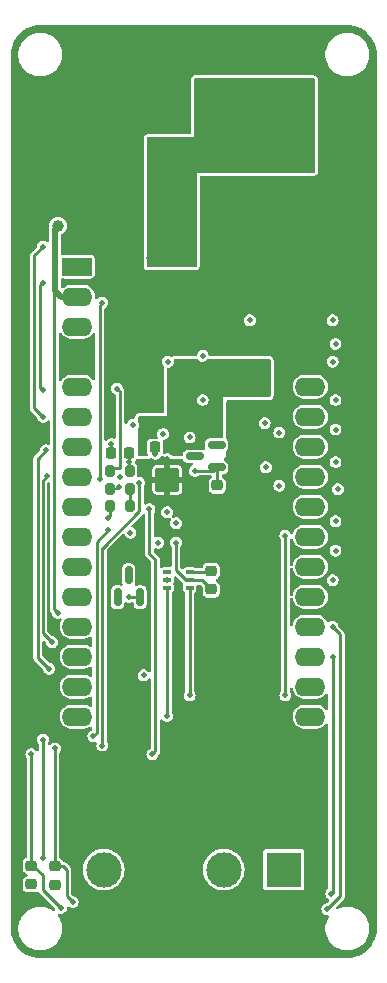
<source format=gbr>
%TF.GenerationSoftware,KiCad,Pcbnew,8.0.0*%
%TF.CreationDate,2024-05-28T22:42:53-04:00*%
%TF.ProjectId,MPPT Charge Controller,4d505054-2043-4686-9172-676520436f6e,0.2*%
%TF.SameCoordinates,Original*%
%TF.FileFunction,Copper,L4,Bot*%
%TF.FilePolarity,Positive*%
%FSLAX46Y46*%
G04 Gerber Fmt 4.6, Leading zero omitted, Abs format (unit mm)*
G04 Created by KiCad (PCBNEW 8.0.0) date 2024-05-28 22:42:53*
%MOMM*%
%LPD*%
G01*
G04 APERTURE LIST*
G04 Aperture macros list*
%AMRoundRect*
0 Rectangle with rounded corners*
0 $1 Rounding radius*
0 $2 $3 $4 $5 $6 $7 $8 $9 X,Y pos of 4 corners*
0 Add a 4 corners polygon primitive as box body*
4,1,4,$2,$3,$4,$5,$6,$7,$8,$9,$2,$3,0*
0 Add four circle primitives for the rounded corners*
1,1,$1+$1,$2,$3*
1,1,$1+$1,$4,$5*
1,1,$1+$1,$6,$7*
1,1,$1+$1,$8,$9*
0 Add four rect primitives between the rounded corners*
20,1,$1+$1,$2,$3,$4,$5,0*
20,1,$1+$1,$4,$5,$6,$7,0*
20,1,$1+$1,$6,$7,$8,$9,0*
20,1,$1+$1,$8,$9,$2,$3,0*%
G04 Aperture macros list end*
%TA.AperFunction,EtchedComponent*%
%ADD10C,0.000000*%
%TD*%
%TA.AperFunction,SMDPad,CuDef*%
%ADD11RoundRect,0.225000X-0.250000X0.225000X-0.250000X-0.225000X0.250000X-0.225000X0.250000X0.225000X0*%
%TD*%
%TA.AperFunction,SMDPad,CuDef*%
%ADD12RoundRect,0.100000X0.225000X0.100000X-0.225000X0.100000X-0.225000X-0.100000X0.225000X-0.100000X0*%
%TD*%
%TA.AperFunction,ComponentPad*%
%ADD13RoundRect,0.250000X-1.050000X-0.550000X1.050000X-0.550000X1.050000X0.550000X-1.050000X0.550000X0*%
%TD*%
%TA.AperFunction,ComponentPad*%
%ADD14O,2.600000X1.600000*%
%TD*%
%TA.AperFunction,ComponentPad*%
%ADD15C,3.000000*%
%TD*%
%TA.AperFunction,ComponentPad*%
%ADD16R,3.000000X3.000000*%
%TD*%
%TA.AperFunction,SMDPad,CuDef*%
%ADD17C,0.500000*%
%TD*%
%TA.AperFunction,SMDPad,CuDef*%
%ADD18RoundRect,0.200000X-0.200000X-0.275000X0.200000X-0.275000X0.200000X0.275000X-0.200000X0.275000X0*%
%TD*%
%TA.AperFunction,SMDPad,CuDef*%
%ADD19RoundRect,0.218750X-0.256250X0.218750X-0.256250X-0.218750X0.256250X-0.218750X0.256250X0.218750X0*%
%TD*%
%TA.AperFunction,SMDPad,CuDef*%
%ADD20RoundRect,0.225000X0.225000X0.250000X-0.225000X0.250000X-0.225000X-0.250000X0.225000X-0.250000X0*%
%TD*%
%TA.AperFunction,SMDPad,CuDef*%
%ADD21RoundRect,0.150000X0.150000X-0.587500X0.150000X0.587500X-0.150000X0.587500X-0.150000X-0.587500X0*%
%TD*%
%TA.AperFunction,SMDPad,CuDef*%
%ADD22RoundRect,0.200000X0.200000X0.275000X-0.200000X0.275000X-0.200000X-0.275000X0.200000X-0.275000X0*%
%TD*%
%TA.AperFunction,SMDPad,CuDef*%
%ADD23RoundRect,0.150000X0.587500X0.150000X-0.587500X0.150000X-0.587500X-0.150000X0.587500X-0.150000X0*%
%TD*%
%TA.AperFunction,ViaPad*%
%ADD24C,0.500000*%
%TD*%
%TA.AperFunction,ViaPad*%
%ADD25C,1.000000*%
%TD*%
%TA.AperFunction,Conductor*%
%ADD26C,0.250000*%
%TD*%
%TA.AperFunction,Conductor*%
%ADD27C,0.150000*%
%TD*%
%TA.AperFunction,Conductor*%
%ADD28C,1.000000*%
%TD*%
%TA.AperFunction,Conductor*%
%ADD29C,0.500000*%
%TD*%
G04 APERTURE END LIST*
D10*
%TA.AperFunction,EtchedComponent*%
%TO.C,NT2*%
G36*
X108000000Y-98250000D02*
G01*
X107500000Y-98250000D01*
X107500000Y-97250000D01*
X108000000Y-97250000D01*
X108000000Y-98250000D01*
G37*
%TD.AperFunction*%
%TA.AperFunction,EtchedComponent*%
%TO.C,NT4*%
G36*
X108000000Y-100750000D02*
G01*
X107500000Y-100750000D01*
X107500000Y-99750000D01*
X108000000Y-99750000D01*
X108000000Y-100750000D01*
G37*
%TD.AperFunction*%
%TA.AperFunction,EtchedComponent*%
%TO.C,NT1*%
G36*
X109500000Y-99250000D02*
G01*
X108500000Y-99250000D01*
X108500000Y-98750000D01*
X109500000Y-98750000D01*
X109500000Y-99250000D01*
G37*
%TD.AperFunction*%
%TA.AperFunction,EtchedComponent*%
%TO.C,NT3*%
G36*
X107000000Y-99250000D02*
G01*
X106000000Y-99250000D01*
X106000000Y-98750000D01*
X107000000Y-98750000D01*
X107000000Y-99250000D01*
G37*
%TD.AperFunction*%
%TD*%
D11*
%TO.P,C15,1*%
%TO.N,+3.3V*%
X111475000Y-106725000D03*
%TO.P,C15,2*%
%TO.N,PWR GND*%
X111475000Y-108275000D03*
%TD*%
D12*
%TO.P,U5,1,VDD*%
%TO.N,+3.3V*%
X109650000Y-106850000D03*
%TO.P,U5,2,VSS*%
%TO.N,PWR GND*%
X109650000Y-107500000D03*
%TO.P,U5,3,SCL*%
%TO.N,/SCL*%
X109650000Y-108150000D03*
%TO.P,U5,4,SDA*%
%TO.N,/SDA*%
X107750000Y-108150000D03*
%TO.P,U5,5,W*%
%TO.N,/MPPSET*%
X107750000Y-107500000D03*
%TO.P,U5,6,A*%
%TO.N,unconnected-(U5-A-Pad6)*%
X107750000Y-106850000D03*
%TD*%
D13*
%TO.P,A1,1,~{RESET}*%
%TO.N,unconnected-(A1-~{RESET}-Pad1)*%
X100140000Y-80960000D03*
D14*
%TO.P,A1,2,3V3*%
%TO.N,+3.3V*%
X100140000Y-83500000D03*
%TO.P,A1,3,NC*%
%TO.N,unconnected-(A1-NC-Pad3)*%
X100140000Y-86040000D03*
%TO.P,A1,4,GND*%
%TO.N,GND*%
X100140000Y-88580000D03*
%TO.P,A1,5,DAC2/A0*%
%TO.N,/Solar Voltage*%
X100140000Y-91120000D03*
%TO.P,A1,6,DAC1/A1*%
%TO.N,/Solar Current*%
X100140000Y-93660000D03*
%TO.P,A1,7,I34/A2*%
%TO.N,/Battery Voltage*%
X100140000Y-96200000D03*
%TO.P,A1,8,I39/A3*%
%TO.N,/Battery Current*%
X100140000Y-98740000D03*
%TO.P,A1,9,IO36/A4*%
%TO.N,unconnected-(A1-IO36{slash}A4-Pad9)*%
X100140000Y-101280000D03*
%TO.P,A1,10,IO4/A5*%
%TO.N,unconnected-(A1-IO4{slash}A5-Pad10)*%
X100140000Y-103820000D03*
%TO.P,A1,11,SCK/IO5*%
%TO.N,unconnected-(A1-SCK{slash}IO5-Pad11)*%
X100140000Y-106360000D03*
%TO.P,A1,12,MOSI/IO18*%
%TO.N,unconnected-(A1-MOSI{slash}IO18-Pad12)*%
X100140000Y-108900000D03*
%TO.P,A1,13,MISO/IO19*%
%TO.N,unconnected-(A1-MISO{slash}IO19-Pad13)*%
X100140000Y-111440000D03*
%TO.P,A1,14,RX/IO16*%
%TO.N,unconnected-(A1-RX{slash}IO16-Pad14)*%
X100140000Y-113980000D03*
%TO.P,A1,15,TX/IO17*%
%TO.N,unconnected-(A1-TX{slash}IO17-Pad15)*%
X100140000Y-116520000D03*
%TO.P,A1,16,TXD0*%
%TO.N,unconnected-(A1-TXD0-Pad16)*%
X100140000Y-119060000D03*
%TO.P,A1,17,SDA/IO23*%
%TO.N,/SDA*%
X119860000Y-119060000D03*
%TO.P,A1,18,SCL/IO22*%
%TO.N,/SCL*%
X119860000Y-116520000D03*
%TO.P,A1,19,D5*%
%TO.N,/STAT1*%
X119860000Y-113980000D03*
%TO.P,A1,20,D6*%
%TO.N,/STAT2*%
X119860000Y-111440000D03*
%TO.P,A1,21,D9*%
%TO.N,/~{Charge EN}*%
X119860000Y-108900000D03*
%TO.P,A1,22,D10*%
%TO.N,/SD_CS*%
X119860000Y-106360000D03*
%TO.P,A1,23,D11*%
%TO.N,/Load Enable*%
X119860000Y-103820000D03*
%TO.P,A1,24,D12*%
%TO.N,unconnected-(A1-D12-Pad24)*%
X119860000Y-101280000D03*
%TO.P,A1,25,D13*%
%TO.N,unconnected-(A1-D13-Pad25)*%
X119860000Y-98740000D03*
%TO.P,A1,26,VBUS*%
%TO.N,unconnected-(A1-VBUS-Pad26)*%
X119860000Y-96200000D03*
%TO.P,A1,27,EN*%
%TO.N,unconnected-(A1-EN-Pad27)*%
X119860000Y-93660000D03*
%TO.P,A1,28,VBAT*%
%TO.N,unconnected-(A1-VBAT-Pad28)*%
X119860000Y-91120000D03*
%TD*%
D15*
%TO.P,TP15,1,1*%
%TO.N,/Input*%
X117620000Y-68000000D03*
%TD*%
%TO.P,TP14,1,1*%
%TO.N,GND*%
X102380000Y-68000000D03*
%TD*%
%TO.P,J3,2,Pin_2*%
%TO.N,Net-(J2-Pin_2)*%
X112540000Y-132000000D03*
D16*
%TO.P,J3,1,Pin_1*%
%TO.N,Net-(J3-Pin_1)*%
X117620000Y-132000000D03*
%TD*%
D15*
%TO.P,J2,2,Pin_2*%
%TO.N,Net-(J2-Pin_2)*%
X102380000Y-132000000D03*
D16*
%TO.P,J2,1,Pin_1*%
%TO.N,GND*%
X107460000Y-132000000D03*
%TD*%
D15*
%TO.P,J1,2,Pin_2*%
%TO.N,/Input*%
X112540000Y-68000000D03*
D16*
%TO.P,J1,1,Pin_1*%
%TO.N,GND*%
X107460000Y-68000000D03*
%TD*%
D11*
%TO.P,C4,1*%
%TO.N,/RGEN*%
X112000000Y-99475000D03*
%TO.P,C4,2*%
%TO.N,GND*%
X112000000Y-101025000D03*
%TD*%
D17*
%TO.P,NT2,1,1*%
%TO.N,PWR GND*%
X107750000Y-98250000D03*
%TO.P,NT2,2,2*%
%TO.N,GND*%
X107750000Y-97250000D03*
%TD*%
D18*
%TO.P,R6,1*%
%TO.N,Net-(D1-K)*%
X102925000Y-98250000D03*
%TO.P,R6,2*%
%TO.N,/VCC*%
X104575000Y-98250000D03*
%TD*%
D19*
%TO.P,D4,1,K*%
%TO.N,/STAT2*%
X96250000Y-131675000D03*
%TO.P,D4,2,A*%
%TO.N,Net-(D4-A)*%
X96250000Y-133250000D03*
%TD*%
D18*
%TO.P,R9,1*%
%TO.N,/VREF*%
X102925000Y-99750000D03*
%TO.P,R9,2*%
%TO.N,/TS*%
X104575000Y-99750000D03*
%TD*%
D17*
%TO.P,NT4,1,1*%
%TO.N,PWR GND*%
X107750000Y-99750000D03*
%TO.P,NT4,2,2*%
%TO.N,GND*%
X107750000Y-100750000D03*
%TD*%
D20*
%TO.P,C5,2*%
%TO.N,/BTST*%
X106725000Y-96250000D03*
%TO.P,C5,1*%
%TO.N,/PH*%
X108275000Y-96250000D03*
%TD*%
D19*
%TO.P,D3,1,K*%
%TO.N,/STAT1*%
X98250000Y-131712500D03*
%TO.P,D3,2,A*%
%TO.N,Net-(D3-A)*%
X98250000Y-133287500D03*
%TD*%
D21*
%TO.P,Q3,1,G*%
%TO.N,/~{Charge EN}*%
X105450000Y-108937500D03*
%TO.P,Q3,2,S*%
%TO.N,PWR GND*%
X103550000Y-108937500D03*
%TO.P,Q3,3,D*%
%TO.N,/MPPSET*%
X104500000Y-107062500D03*
%TD*%
D22*
%TO.P,R10,1*%
%TO.N,/TS*%
X104575000Y-101250000D03*
%TO.P,R10,2*%
%TO.N,PWR GND*%
X102925000Y-101250000D03*
%TD*%
D17*
%TO.P,NT1,1,1*%
%TO.N,PWR GND*%
X108500000Y-99000000D03*
%TO.P,NT1,2,2*%
%TO.N,GND*%
X109500000Y-99000000D03*
%TD*%
%TO.P,NT3,1,1*%
%TO.N,PWR GND*%
X107000000Y-99000000D03*
%TO.P,NT3,2,2*%
%TO.N,GND*%
X106000000Y-99000000D03*
%TD*%
D20*
%TO.P,C2,1*%
%TO.N,/VCC*%
X104525000Y-96750000D03*
%TO.P,C2,2*%
%TO.N,PWR GND*%
X102975000Y-96750000D03*
%TD*%
D23*
%TO.P,D2,3*%
%TO.N,/BTST*%
X110062500Y-97000000D03*
%TO.P,D2,2*%
%TO.N,/RGEN*%
X111937500Y-97950000D03*
%TO.P,D2,1*%
%TO.N,unconnected-(D2-Pad1)*%
X111937500Y-96050000D03*
%TD*%
D24*
%TO.N,GND*%
X108750000Y-110000000D03*
%TO.N,+3.3V*%
X111475000Y-106750000D03*
%TO.N,PWR GND*%
X108500000Y-104325000D03*
%TO.N,/MPPSET*%
X107750000Y-107500000D03*
%TO.N,/SCL*%
X109655000Y-117250000D03*
%TO.N,/SDA*%
X107750000Y-119000000D03*
%TO.N,/TS*%
X104575000Y-101250000D03*
%TO.N,/VCC*%
X116100000Y-97950002D03*
X116000000Y-94200000D03*
X104850000Y-94350000D03*
%TO.N,/STAT2*%
X106250000Y-101500000D03*
%TO.N,/MPPSET*%
X103775000Y-98782635D03*
%TO.N,/TS*%
X104641320Y-103499654D03*
%TO.N,/Load Enable*%
X117750000Y-103750000D03*
X117750000Y-117250000D03*
%TO.N,Net-(D4-A)*%
X96250000Y-133250000D03*
%TO.N,Net-(D3-A)*%
X98250000Y-133287500D03*
%TO.N,GND*%
X111250000Y-76500000D03*
X112000000Y-76500000D03*
X111250000Y-75750000D03*
X112000000Y-75750000D03*
X112000000Y-75000000D03*
X111250000Y-75000000D03*
X113750000Y-105250000D03*
X111500000Y-105750000D03*
%TO.N,Net-(U1-SRN)*%
X105750000Y-115555000D03*
X107000000Y-104325000D03*
%TO.N,/PH*%
X114750000Y-85500000D03*
X121750000Y-85500000D03*
%TO.N,/LODRV*%
X109655000Y-95420000D03*
X110750000Y-88500000D03*
X122000000Y-87500000D03*
%TO.N,/HIDRV*%
X107410464Y-95124536D03*
X107800000Y-89000000D03*
X121750000Y-89000000D03*
%TO.N,/BTST*%
X110062500Y-97000000D03*
X110750000Y-92250000D03*
X122000000Y-92250000D03*
%TO.N,/RGEN*%
X112000000Y-99475000D03*
X117250000Y-99500000D03*
X117250000Y-95000000D03*
X122000000Y-94750000D03*
%TO.N,/VREF*%
X122200000Y-99800000D03*
%TO.N,/VCC*%
X104525000Y-97500000D03*
X122000000Y-97500000D03*
%TO.N,/VFB*%
X108500000Y-102675000D03*
X122000000Y-102500000D03*
%TO.N,/TS*%
X122000000Y-105000000D03*
%TO.N,/MPPSET*%
X121750000Y-107500000D03*
%TO.N,/~{Charge EN}*%
X104500000Y-108900000D03*
%TO.N,/MPPSET*%
X104500000Y-107062500D03*
%TO.N,/VREF*%
X103700000Y-99600000D03*
X107750000Y-101750000D03*
%TO.N,/STAT2*%
X121300000Y-135350000D03*
X121750000Y-111440000D03*
X98750000Y-135250000D03*
%TO.N,/STAT1*%
X99750000Y-134750000D03*
X121650000Y-134050000D03*
X121750000Y-114000000D03*
%TO.N,/Battery Voltage*%
X97500000Y-96500000D03*
X97750000Y-115000000D03*
%TO.N,/Battery Current*%
X97600000Y-98700000D03*
X98000000Y-112750000D03*
%TO.N,Net-(D1-K)*%
X103500000Y-91275000D03*
%TO.N,+3.3V*%
X98500000Y-110250000D03*
%TO.N,/Solar Voltage*%
X97200000Y-91400000D03*
X97200000Y-82300000D03*
D25*
%TO.N,/Input*%
X109500000Y-80250000D03*
X108500000Y-80250000D03*
X107500000Y-80250000D03*
X106500000Y-80250000D03*
D24*
%TO.N,/VIN*%
X102050000Y-98950000D03*
X102250000Y-84000000D03*
%TO.N,/STAT2*%
X106500000Y-122250000D03*
X96250000Y-122250000D03*
%TO.N,/STAT1*%
X98250000Y-121750000D03*
X102250000Y-121500000D03*
X105400000Y-99257149D03*
%TO.N,/PH*%
X108137501Y-96517501D03*
D25*
X114500000Y-90250000D03*
D24*
%TO.N,/VREF*%
X97250000Y-131000000D03*
X97250000Y-121000000D03*
X101500000Y-120700000D03*
X102750000Y-103250000D03*
%TO.N,/RGEN*%
X110094384Y-98250000D03*
%TO.N,/BTST*%
X106750000Y-96800000D03*
D25*
%TO.N,/PH*%
X108880000Y-92060000D03*
D24*
X105845000Y-95420000D03*
D25*
%TO.N,+3.3V*%
X98500000Y-77500000D03*
D24*
%TO.N,/Solar Current*%
X97250000Y-93660000D03*
X97250000Y-79250000D03*
%TO.N,PWR GND*%
X107750000Y-99750000D03*
X102750000Y-102250000D03*
X103000000Y-96000000D03*
X107000000Y-98250000D03*
X107750000Y-98250000D03*
X107000000Y-99750000D03*
X108500000Y-99000000D03*
X103550000Y-108937500D03*
X108500000Y-98250000D03*
X107750000Y-99000000D03*
X108500000Y-99750000D03*
X107000000Y-99000000D03*
%TD*%
D26*
%TO.N,PWR GND*%
X109371188Y-107500000D02*
X108500000Y-106628812D01*
X108500000Y-106628812D02*
X108500000Y-104325000D01*
X109650000Y-107500000D02*
X109371188Y-107500000D01*
X110700000Y-107500000D02*
X111475000Y-108275000D01*
X109650000Y-107500000D02*
X110700000Y-107500000D01*
%TO.N,+3.3V*%
X111350000Y-106850000D02*
X111475000Y-106725000D01*
X109650000Y-106850000D02*
X111350000Y-106850000D01*
%TO.N,/SCL*%
X109650000Y-117245000D02*
X109655000Y-117250000D01*
X109650000Y-108150000D02*
X109650000Y-117245000D01*
%TO.N,/SDA*%
X107750000Y-108150000D02*
X107750000Y-119000000D01*
%TO.N,/STAT2*%
X122400000Y-112090000D02*
X121750000Y-111440000D01*
X122400000Y-134250000D02*
X122400000Y-112090000D01*
X121300000Y-135350000D02*
X122400000Y-134250000D01*
%TO.N,/STAT1*%
X121750000Y-133950000D02*
X121750000Y-114000000D01*
X121650000Y-134050000D02*
X121750000Y-133950000D01*
%TO.N,/TS*%
X104575000Y-99750000D02*
X104575000Y-101250000D01*
D27*
%TO.N,/VREF*%
X103700000Y-99600000D02*
X103550000Y-99750000D01*
X103550000Y-99750000D02*
X102925000Y-99750000D01*
D26*
%TO.N,/VIN*%
X102050000Y-98950000D02*
X102050000Y-84200000D01*
X102050000Y-84200000D02*
X102250000Y-84000000D01*
%TO.N,/RGEN*%
X111637500Y-98250000D02*
X111937500Y-97950000D01*
X110094384Y-98250000D02*
X111637500Y-98250000D01*
%TO.N,/BTST*%
X106725000Y-96775000D02*
X106725000Y-96250000D01*
X106750000Y-96800000D02*
X106725000Y-96775000D01*
%TO.N,/STAT2*%
X106750000Y-122000000D02*
X106500000Y-122250000D01*
X106250000Y-105250000D02*
X106750000Y-105750000D01*
X106250000Y-101500000D02*
X106250000Y-105250000D01*
X106750000Y-105750000D02*
X106750000Y-122000000D01*
%TO.N,/~{Charge EN}*%
X104500000Y-108900000D02*
X104537500Y-108937500D01*
X104537500Y-108937500D02*
X105450000Y-108937500D01*
%TO.N,+3.3V*%
X98200000Y-83050000D02*
X98250000Y-83000000D01*
X98200000Y-98444400D02*
X98200000Y-83050000D01*
X98205000Y-98950600D02*
X98205000Y-98449400D01*
X98200000Y-109950000D02*
X98200000Y-98955600D01*
X98500000Y-110250000D02*
X98200000Y-109950000D01*
X98200000Y-98955600D02*
X98205000Y-98950600D01*
X98205000Y-98449400D02*
X98200000Y-98444400D01*
%TO.N,/Solar Voltage*%
X97000000Y-91200000D02*
X97000000Y-82500000D01*
X97000000Y-82500000D02*
X97200000Y-82300000D01*
X97200000Y-91400000D02*
X97000000Y-91200000D01*
%TO.N,/Solar Current*%
X96500000Y-92910000D02*
X97250000Y-93660000D01*
X96500000Y-80000000D02*
X96500000Y-92910000D01*
X97250000Y-79250000D02*
X96500000Y-80000000D01*
%TO.N,/Battery Current*%
X97200000Y-111950000D02*
X98000000Y-112750000D01*
X97200000Y-99100000D02*
X97200000Y-111950000D01*
X97600000Y-98700000D02*
X97200000Y-99100000D01*
%TO.N,/Battery Voltage*%
X96800000Y-97200000D02*
X97500000Y-96500000D01*
X96800000Y-114050000D02*
X96800000Y-97200000D01*
X97750000Y-115000000D02*
X96800000Y-114050000D01*
%TO.N,/VREF*%
X101500000Y-120700000D02*
X101765000Y-120435000D01*
X101765000Y-120435000D02*
X101765000Y-104235000D01*
X101765000Y-104235000D02*
X102750000Y-103250000D01*
%TO.N,/STAT1*%
X102250000Y-104750000D02*
X102250000Y-121500000D01*
X102298004Y-104750000D02*
X102250000Y-104750000D01*
X105400000Y-101648004D02*
X102298004Y-104750000D01*
X105400000Y-99257149D02*
X105400000Y-101648004D01*
%TO.N,/STAT2*%
X96425000Y-131675000D02*
X96250000Y-131675000D01*
X97250000Y-132500000D02*
X96425000Y-131675000D01*
X97250000Y-133750000D02*
X97250000Y-132500000D01*
X98750000Y-135250000D02*
X97250000Y-133750000D01*
%TO.N,/STAT1*%
X99250000Y-132000000D02*
X98962500Y-131712500D01*
X99750000Y-134750000D02*
X99250000Y-134250000D01*
X98962500Y-131712500D02*
X98250000Y-131712500D01*
X99250000Y-134250000D02*
X99250000Y-132000000D01*
%TO.N,/Load Enable*%
X117750000Y-103750000D02*
X117750000Y-117250000D01*
%TO.N,/VCC*%
X104525000Y-97500000D02*
X104525000Y-98200000D01*
X104525000Y-96750000D02*
X104525000Y-97500000D01*
%TO.N,Net-(D1-K)*%
X103750000Y-98000000D02*
X103750000Y-91525000D01*
X103000000Y-98000000D02*
X103750000Y-98000000D01*
X102925000Y-98075000D02*
X103000000Y-98000000D01*
X102925000Y-98250000D02*
X102925000Y-98075000D01*
X103750000Y-91525000D02*
X103500000Y-91275000D01*
%TO.N,/STAT2*%
X96250000Y-131675000D02*
X96250000Y-122250000D01*
%TO.N,/STAT1*%
X98250000Y-121750000D02*
X98250000Y-131712500D01*
%TO.N,/VREF*%
X97250000Y-121000000D02*
X97250000Y-131000000D01*
%TO.N,/VCC*%
X104525000Y-98200000D02*
X104575000Y-98250000D01*
%TO.N,/RGEN*%
X112000000Y-99475000D02*
X112000000Y-98012500D01*
X112000000Y-98012500D02*
X111937500Y-97950000D01*
D28*
%TO.N,/PH*%
X108880000Y-92060000D02*
X108875618Y-92060000D01*
D29*
%TO.N,+3.3V*%
X98250000Y-77750000D02*
X98250000Y-83000000D01*
X98250000Y-83000000D02*
X98750000Y-83500000D01*
X98750000Y-83500000D02*
X99840000Y-83500000D01*
X98500000Y-77500000D02*
X98250000Y-77750000D01*
D26*
%TO.N,PWR GND*%
X103000000Y-96725000D02*
X102975000Y-96750000D01*
X102925000Y-102075000D02*
X102750000Y-102250000D01*
X103000000Y-96000000D02*
X103000000Y-96725000D01*
X102925000Y-101250000D02*
X102925000Y-102075000D01*
%TD*%
%TA.AperFunction,Conductor*%
%TO.N,GND*%
G36*
X98780703Y-86562776D02*
G01*
X98802602Y-86587599D01*
X98862857Y-86677777D01*
X98862863Y-86677785D01*
X99002214Y-86817136D01*
X99002218Y-86817139D01*
X99166079Y-86926628D01*
X99166092Y-86926635D01*
X99342006Y-86999500D01*
X99348165Y-87002051D01*
X99348169Y-87002051D01*
X99348170Y-87002052D01*
X99541456Y-87040500D01*
X99541459Y-87040500D01*
X100738543Y-87040500D01*
X100868582Y-87014632D01*
X100931835Y-87002051D01*
X101113914Y-86926632D01*
X101277782Y-86817139D01*
X101417139Y-86677782D01*
X101447398Y-86632496D01*
X101501009Y-86587691D01*
X101570334Y-86578984D01*
X101633362Y-86609138D01*
X101670082Y-86668581D01*
X101674500Y-86701387D01*
X101674500Y-90458612D01*
X101654815Y-90525651D01*
X101602011Y-90571406D01*
X101532853Y-90581350D01*
X101469297Y-90552325D01*
X101447398Y-90527503D01*
X101417139Y-90482218D01*
X101417136Y-90482214D01*
X101277785Y-90342863D01*
X101277781Y-90342860D01*
X101113920Y-90233371D01*
X101113907Y-90233364D01*
X100931839Y-90157950D01*
X100931829Y-90157947D01*
X100738543Y-90119500D01*
X100738541Y-90119500D01*
X99541459Y-90119500D01*
X99541457Y-90119500D01*
X99348170Y-90157947D01*
X99348160Y-90157950D01*
X99166092Y-90233364D01*
X99166079Y-90233371D01*
X99002218Y-90342860D01*
X99002214Y-90342863D01*
X98862863Y-90482214D01*
X98862860Y-90482218D01*
X98802602Y-90572401D01*
X98748990Y-90617206D01*
X98679665Y-90625913D01*
X98616637Y-90595758D01*
X98579918Y-90536315D01*
X98575500Y-90503510D01*
X98575500Y-86656489D01*
X98595185Y-86589450D01*
X98647989Y-86543695D01*
X98717147Y-86533751D01*
X98780703Y-86562776D01*
G37*
%TD.AperFunction*%
%TA.AperFunction,Conductor*%
G36*
X123003736Y-60500726D02*
G01*
X123293796Y-60518271D01*
X123308659Y-60520076D01*
X123590798Y-60571780D01*
X123605335Y-60575363D01*
X123879172Y-60660695D01*
X123893163Y-60666000D01*
X124154743Y-60783727D01*
X124167989Y-60790680D01*
X124413465Y-60939075D01*
X124425776Y-60947573D01*
X124651573Y-61124473D01*
X124662781Y-61134403D01*
X124865596Y-61337218D01*
X124875526Y-61348426D01*
X124995481Y-61501538D01*
X125052422Y-61574217D01*
X125060926Y-61586537D01*
X125072532Y-61605735D01*
X125209316Y-61832004D01*
X125216275Y-61845263D01*
X125333997Y-62106831D01*
X125339306Y-62120832D01*
X125424635Y-62394663D01*
X125428219Y-62409201D01*
X125479923Y-62691340D01*
X125481728Y-62706205D01*
X125499274Y-62996263D01*
X125499500Y-63003750D01*
X125499500Y-136996249D01*
X125499274Y-137003736D01*
X125481728Y-137293794D01*
X125479923Y-137308659D01*
X125428219Y-137590798D01*
X125424635Y-137605336D01*
X125339306Y-137879167D01*
X125333997Y-137893168D01*
X125216275Y-138154736D01*
X125209316Y-138167995D01*
X125060928Y-138413459D01*
X125052422Y-138425782D01*
X124875526Y-138651573D01*
X124865596Y-138662781D01*
X124662781Y-138865596D01*
X124651573Y-138875526D01*
X124425782Y-139052422D01*
X124413459Y-139060928D01*
X124167995Y-139209316D01*
X124154736Y-139216275D01*
X123893168Y-139333997D01*
X123879167Y-139339306D01*
X123605336Y-139424635D01*
X123590798Y-139428219D01*
X123308659Y-139479923D01*
X123293794Y-139481728D01*
X123003736Y-139499274D01*
X122996249Y-139499500D01*
X97003751Y-139499500D01*
X96996264Y-139499274D01*
X96706205Y-139481728D01*
X96691340Y-139479923D01*
X96409201Y-139428219D01*
X96394663Y-139424635D01*
X96120832Y-139339306D01*
X96106831Y-139333997D01*
X95845263Y-139216275D01*
X95832004Y-139209316D01*
X95586540Y-139060928D01*
X95574217Y-139052422D01*
X95348426Y-138875526D01*
X95337218Y-138865596D01*
X95134403Y-138662781D01*
X95124473Y-138651573D01*
X95038575Y-138541932D01*
X94947573Y-138425776D01*
X94939075Y-138413465D01*
X94790680Y-138167989D01*
X94783727Y-138154743D01*
X94666000Y-137893163D01*
X94660693Y-137879167D01*
X94575364Y-137605336D01*
X94571780Y-137590798D01*
X94557752Y-137514250D01*
X94520075Y-137308657D01*
X94518271Y-137293794D01*
X94507836Y-137121288D01*
X95149500Y-137121288D01*
X95181161Y-137361785D01*
X95243947Y-137596104D01*
X95336773Y-137820205D01*
X95336776Y-137820212D01*
X95458064Y-138030289D01*
X95458066Y-138030292D01*
X95458067Y-138030293D01*
X95605733Y-138222736D01*
X95605739Y-138222743D01*
X95777256Y-138394260D01*
X95777263Y-138394266D01*
X95818336Y-138425782D01*
X95969711Y-138541936D01*
X96179788Y-138663224D01*
X96403900Y-138756054D01*
X96638211Y-138818838D01*
X96818586Y-138842584D01*
X96878711Y-138850500D01*
X96878712Y-138850500D01*
X97121289Y-138850500D01*
X97169388Y-138844167D01*
X97361789Y-138818838D01*
X97596100Y-138756054D01*
X97820212Y-138663224D01*
X98030289Y-138541936D01*
X98222738Y-138394265D01*
X98394265Y-138222738D01*
X98541936Y-138030289D01*
X98663224Y-137820212D01*
X98756054Y-137596100D01*
X98818838Y-137361789D01*
X98850500Y-137121288D01*
X98850500Y-136878712D01*
X98818838Y-136638211D01*
X98756054Y-136403900D01*
X98663224Y-136179788D01*
X98541936Y-135969711D01*
X98541932Y-135969706D01*
X98516611Y-135936706D01*
X98491418Y-135871537D01*
X98505457Y-135803092D01*
X98554271Y-135753103D01*
X98622363Y-135737441D01*
X98649915Y-135742242D01*
X98678039Y-135750500D01*
X98678041Y-135750500D01*
X98821962Y-135750500D01*
X98821962Y-135750499D01*
X98960053Y-135709953D01*
X99081128Y-135632143D01*
X99175377Y-135523373D01*
X99235165Y-135392457D01*
X99255647Y-135250000D01*
X99255646Y-135249999D01*
X99256909Y-135241222D01*
X99259392Y-135241579D01*
X99275332Y-135187294D01*
X99328136Y-135141539D01*
X99397294Y-135131595D01*
X99446684Y-135150017D01*
X99495146Y-135181161D01*
X99539948Y-135209954D01*
X99655718Y-135243946D01*
X99677933Y-135250469D01*
X99678036Y-135250499D01*
X99678038Y-135250500D01*
X99678039Y-135250500D01*
X99821962Y-135250500D01*
X99821962Y-135250499D01*
X99960053Y-135209953D01*
X100081128Y-135132143D01*
X100175377Y-135023373D01*
X100235165Y-134892457D01*
X100255647Y-134750000D01*
X100235165Y-134607543D01*
X100175377Y-134476627D01*
X100081128Y-134367857D01*
X99960053Y-134290047D01*
X99960051Y-134290046D01*
X99960049Y-134290045D01*
X99960050Y-134290045D01*
X99821958Y-134249498D01*
X99814429Y-134248416D01*
X99750874Y-134219390D01*
X99744398Y-134213360D01*
X99661819Y-134130781D01*
X99628334Y-134069458D01*
X99625500Y-134043100D01*
X99625500Y-132000004D01*
X100624592Y-132000004D01*
X100644196Y-132261620D01*
X100644197Y-132261625D01*
X100702576Y-132517402D01*
X100702578Y-132517411D01*
X100702580Y-132517416D01*
X100798432Y-132761643D01*
X100929614Y-132988857D01*
X101061736Y-133154533D01*
X101093198Y-133193985D01*
X101274753Y-133362441D01*
X101285521Y-133372433D01*
X101502296Y-133520228D01*
X101502301Y-133520230D01*
X101502302Y-133520231D01*
X101502303Y-133520232D01*
X101594014Y-133564397D01*
X101738673Y-133634061D01*
X101738674Y-133634061D01*
X101738677Y-133634063D01*
X101989385Y-133711396D01*
X102248818Y-133750500D01*
X102511182Y-133750500D01*
X102770615Y-133711396D01*
X103021323Y-133634063D01*
X103208111Y-133544110D01*
X103257696Y-133520232D01*
X103257696Y-133520231D01*
X103257704Y-133520228D01*
X103474479Y-133372433D01*
X103666805Y-133193981D01*
X103830386Y-132988857D01*
X103961568Y-132761643D01*
X104057420Y-132517416D01*
X104115802Y-132261630D01*
X104115803Y-132261620D01*
X104135408Y-132000004D01*
X110784592Y-132000004D01*
X110804196Y-132261620D01*
X110804197Y-132261625D01*
X110862576Y-132517402D01*
X110862578Y-132517411D01*
X110862580Y-132517416D01*
X110958432Y-132761643D01*
X111089614Y-132988857D01*
X111221736Y-133154533D01*
X111253198Y-133193985D01*
X111434753Y-133362441D01*
X111445521Y-133372433D01*
X111662296Y-133520228D01*
X111662301Y-133520230D01*
X111662302Y-133520231D01*
X111662303Y-133520232D01*
X111754014Y-133564397D01*
X111898673Y-133634061D01*
X111898674Y-133634061D01*
X111898677Y-133634063D01*
X112149385Y-133711396D01*
X112408818Y-133750500D01*
X112671182Y-133750500D01*
X112930615Y-133711396D01*
X113181323Y-133634063D01*
X113368111Y-133544110D01*
X113408463Y-133524678D01*
X115869500Y-133524678D01*
X115884032Y-133597735D01*
X115884033Y-133597739D01*
X115884034Y-133597740D01*
X115939399Y-133680601D01*
X115985485Y-133711394D01*
X116022260Y-133735966D01*
X116022264Y-133735967D01*
X116095321Y-133750499D01*
X116095324Y-133750500D01*
X116095326Y-133750500D01*
X119144676Y-133750500D01*
X119144677Y-133750499D01*
X119217740Y-133735966D01*
X119300601Y-133680601D01*
X119355966Y-133597740D01*
X119370500Y-133524674D01*
X119370500Y-130475326D01*
X119370500Y-130475323D01*
X119370499Y-130475321D01*
X119355967Y-130402264D01*
X119355966Y-130402260D01*
X119300601Y-130319399D01*
X119217740Y-130264034D01*
X119217739Y-130264033D01*
X119217735Y-130264032D01*
X119144677Y-130249500D01*
X119144674Y-130249500D01*
X116095326Y-130249500D01*
X116095323Y-130249500D01*
X116022264Y-130264032D01*
X116022260Y-130264033D01*
X115939399Y-130319399D01*
X115884033Y-130402260D01*
X115884032Y-130402264D01*
X115869500Y-130475321D01*
X115869500Y-133524678D01*
X113408463Y-133524678D01*
X113417696Y-133520232D01*
X113417696Y-133520231D01*
X113417704Y-133520228D01*
X113634479Y-133372433D01*
X113826805Y-133193981D01*
X113990386Y-132988857D01*
X114121568Y-132761643D01*
X114217420Y-132517416D01*
X114275802Y-132261630D01*
X114275803Y-132261620D01*
X114295408Y-132000004D01*
X114295408Y-131999995D01*
X114275803Y-131738379D01*
X114275802Y-131738374D01*
X114275802Y-131738370D01*
X114217420Y-131482584D01*
X114121568Y-131238357D01*
X113990386Y-131011143D01*
X113826805Y-130806019D01*
X113826804Y-130806018D01*
X113826801Y-130806014D01*
X113634479Y-130627567D01*
X113627509Y-130622815D01*
X113417704Y-130479772D01*
X113417700Y-130479770D01*
X113417697Y-130479768D01*
X113417696Y-130479767D01*
X113181325Y-130365938D01*
X113181327Y-130365938D01*
X112930623Y-130288606D01*
X112930619Y-130288605D01*
X112930615Y-130288604D01*
X112805823Y-130269794D01*
X112671187Y-130249500D01*
X112671182Y-130249500D01*
X112408818Y-130249500D01*
X112408812Y-130249500D01*
X112247247Y-130273853D01*
X112149385Y-130288604D01*
X112149382Y-130288605D01*
X112149376Y-130288606D01*
X111898673Y-130365938D01*
X111662303Y-130479767D01*
X111662302Y-130479768D01*
X111445520Y-130627567D01*
X111253198Y-130806014D01*
X111089614Y-131011143D01*
X110958432Y-131238356D01*
X110862582Y-131482578D01*
X110862576Y-131482597D01*
X110804197Y-131738374D01*
X110804196Y-131738379D01*
X110784592Y-131999995D01*
X110784592Y-132000004D01*
X104135408Y-132000004D01*
X104135408Y-131999995D01*
X104115803Y-131738379D01*
X104115802Y-131738374D01*
X104115802Y-131738370D01*
X104057420Y-131482584D01*
X103961568Y-131238357D01*
X103830386Y-131011143D01*
X103666805Y-130806019D01*
X103666804Y-130806018D01*
X103666801Y-130806014D01*
X103474479Y-130627567D01*
X103467509Y-130622815D01*
X103257704Y-130479772D01*
X103257700Y-130479770D01*
X103257697Y-130479768D01*
X103257696Y-130479767D01*
X103021325Y-130365938D01*
X103021327Y-130365938D01*
X102770623Y-130288606D01*
X102770619Y-130288605D01*
X102770615Y-130288604D01*
X102645823Y-130269794D01*
X102511187Y-130249500D01*
X102511182Y-130249500D01*
X102248818Y-130249500D01*
X102248812Y-130249500D01*
X102087247Y-130273853D01*
X101989385Y-130288604D01*
X101989382Y-130288605D01*
X101989376Y-130288606D01*
X101738673Y-130365938D01*
X101502303Y-130479767D01*
X101502302Y-130479768D01*
X101285520Y-130627567D01*
X101093198Y-130806014D01*
X100929614Y-131011143D01*
X100798432Y-131238356D01*
X100702582Y-131482578D01*
X100702576Y-131482597D01*
X100644197Y-131738374D01*
X100644196Y-131738379D01*
X100624592Y-131999995D01*
X100624592Y-132000004D01*
X99625500Y-132000004D01*
X99625500Y-131950567D01*
X99625500Y-131950565D01*
X99599910Y-131855062D01*
X99550475Y-131769438D01*
X99480562Y-131699525D01*
X99193063Y-131412026D01*
X99193062Y-131412025D01*
X99107438Y-131362590D01*
X99059686Y-131349795D01*
X99059684Y-131349794D01*
X99059682Y-131349793D01*
X99004087Y-131334897D01*
X99004957Y-131331648D01*
X98955303Y-131309633D01*
X98929475Y-131272758D01*
X98926587Y-131274336D01*
X98922337Y-131266554D01*
X98922336Y-131266550D01*
X98901230Y-131238356D01*
X98841473Y-131158529D01*
X98758180Y-131096177D01*
X98733450Y-131077664D01*
X98706162Y-131067485D01*
X98650230Y-131025612D01*
X98625816Y-130960146D01*
X98625500Y-130951305D01*
X98625500Y-122127183D01*
X98645185Y-122060144D01*
X98655783Y-122045985D01*
X98675377Y-122023373D01*
X98735165Y-121892457D01*
X98755647Y-121750000D01*
X98735165Y-121607543D01*
X98675377Y-121476627D01*
X98581128Y-121367857D01*
X98460053Y-121290047D01*
X98460051Y-121290046D01*
X98460049Y-121290045D01*
X98460050Y-121290045D01*
X98321963Y-121249500D01*
X98321961Y-121249500D01*
X98178039Y-121249500D01*
X98178036Y-121249500D01*
X98039949Y-121290045D01*
X97918872Y-121367856D01*
X97876604Y-121416636D01*
X97817825Y-121454410D01*
X97747956Y-121454409D01*
X97689178Y-121416633D01*
X97660154Y-121353077D01*
X97670098Y-121283919D01*
X97672918Y-121278755D01*
X97675374Y-121273375D01*
X97675377Y-121273373D01*
X97735165Y-121142457D01*
X97755647Y-121000000D01*
X97735165Y-120857543D01*
X97675377Y-120726627D01*
X97581128Y-120617857D01*
X97460053Y-120540047D01*
X97460051Y-120540046D01*
X97460049Y-120540045D01*
X97460050Y-120540045D01*
X97321963Y-120499500D01*
X97321961Y-120499500D01*
X97178039Y-120499500D01*
X97178036Y-120499500D01*
X97039949Y-120540045D01*
X96918873Y-120617856D01*
X96824623Y-120726626D01*
X96824622Y-120726628D01*
X96764834Y-120857543D01*
X96744353Y-121000000D01*
X96764834Y-121142456D01*
X96803275Y-121226628D01*
X96824623Y-121273373D01*
X96844212Y-121295980D01*
X96873238Y-121359534D01*
X96874500Y-121377183D01*
X96874500Y-121873970D01*
X96854815Y-121941009D01*
X96802011Y-121986764D01*
X96732853Y-121996708D01*
X96669297Y-121967683D01*
X96656787Y-121955173D01*
X96644514Y-121941009D01*
X96581128Y-121867857D01*
X96460053Y-121790047D01*
X96460051Y-121790046D01*
X96460049Y-121790045D01*
X96460050Y-121790045D01*
X96321963Y-121749500D01*
X96321961Y-121749500D01*
X96178039Y-121749500D01*
X96178036Y-121749500D01*
X96039949Y-121790045D01*
X95918873Y-121867856D01*
X95824623Y-121976626D01*
X95824622Y-121976628D01*
X95764834Y-122107543D01*
X95744353Y-122250000D01*
X95764834Y-122392456D01*
X95764836Y-122392460D01*
X95824623Y-122523373D01*
X95844212Y-122545980D01*
X95873238Y-122609534D01*
X95874500Y-122627183D01*
X95874500Y-130913805D01*
X95854815Y-130980844D01*
X95802011Y-131026599D01*
X95793838Y-131029985D01*
X95766549Y-131040164D01*
X95658528Y-131121028D01*
X95577664Y-131229049D01*
X95577662Y-131229052D01*
X95530509Y-131355475D01*
X95524500Y-131411355D01*
X95524500Y-131938644D01*
X95530509Y-131994524D01*
X95577662Y-132120947D01*
X95577664Y-132120950D01*
X95658528Y-132228972D01*
X95766549Y-132309835D01*
X95766552Y-132309837D01*
X95864361Y-132346318D01*
X95920295Y-132388189D01*
X95944712Y-132453654D01*
X95929860Y-132521927D01*
X95880455Y-132571332D01*
X95864361Y-132578682D01*
X95766552Y-132615162D01*
X95766549Y-132615164D01*
X95658528Y-132696028D01*
X95577664Y-132804049D01*
X95577662Y-132804052D01*
X95530509Y-132930475D01*
X95524500Y-132986355D01*
X95524500Y-133513644D01*
X95530509Y-133569524D01*
X95577662Y-133695947D01*
X95577664Y-133695950D01*
X95658528Y-133803972D01*
X95766119Y-133884513D01*
X95766549Y-133884835D01*
X95766552Y-133884837D01*
X95880012Y-133927155D01*
X95892978Y-133931991D01*
X95922318Y-133935145D01*
X95948855Y-133937999D01*
X95948870Y-133938000D01*
X96551130Y-133938000D01*
X96551144Y-133937999D01*
X96573023Y-133935646D01*
X96607022Y-133931991D01*
X96733450Y-133884836D01*
X96733882Y-133884511D01*
X96734389Y-133884322D01*
X96741233Y-133880586D01*
X96741770Y-133881569D01*
X96799343Y-133860092D01*
X96867617Y-133874938D01*
X96915583Y-133921773D01*
X96946785Y-133975816D01*
X96949526Y-133980563D01*
X98219432Y-135250469D01*
X98252917Y-135311792D01*
X98254489Y-135320502D01*
X98261191Y-135367114D01*
X98251248Y-135436273D01*
X98205493Y-135489077D01*
X98138454Y-135508762D01*
X98071414Y-135489078D01*
X98062967Y-135483138D01*
X98030293Y-135458067D01*
X98030292Y-135458066D01*
X98030289Y-135458064D01*
X97820212Y-135336776D01*
X97780923Y-135320502D01*
X97596104Y-135243947D01*
X97469241Y-135209954D01*
X97361789Y-135181162D01*
X97361788Y-135181161D01*
X97361785Y-135181161D01*
X97121289Y-135149500D01*
X97121288Y-135149500D01*
X96878712Y-135149500D01*
X96878711Y-135149500D01*
X96638214Y-135181161D01*
X96403895Y-135243947D01*
X96179794Y-135336773D01*
X96179785Y-135336777D01*
X95969706Y-135458067D01*
X95777263Y-135605733D01*
X95777256Y-135605739D01*
X95605739Y-135777256D01*
X95605733Y-135777263D01*
X95458067Y-135969706D01*
X95336777Y-136179785D01*
X95336773Y-136179794D01*
X95243947Y-136403895D01*
X95181161Y-136638214D01*
X95149500Y-136878711D01*
X95149500Y-137121288D01*
X94507836Y-137121288D01*
X94500726Y-137003736D01*
X94500500Y-136996249D01*
X94500500Y-92959435D01*
X96124500Y-92959435D01*
X96150090Y-93054938D01*
X96162856Y-93077049D01*
X96199526Y-93140563D01*
X96199528Y-93140565D01*
X96719432Y-93660469D01*
X96752917Y-93721792D01*
X96754489Y-93730502D01*
X96764834Y-93802454D01*
X96764835Y-93802458D01*
X96804836Y-93890047D01*
X96824623Y-93933373D01*
X96918872Y-94042143D01*
X97039947Y-94119953D01*
X97039950Y-94119954D01*
X97039949Y-94119954D01*
X97178036Y-94160499D01*
X97178038Y-94160500D01*
X97178039Y-94160500D01*
X97321962Y-94160500D01*
X97321962Y-94160499D01*
X97460053Y-94119953D01*
X97581128Y-94042143D01*
X97606788Y-94012529D01*
X97665565Y-93974756D01*
X97735435Y-93974756D01*
X97794213Y-94012530D01*
X97823238Y-94076086D01*
X97824500Y-94093733D01*
X97824500Y-95908006D01*
X97804815Y-95975045D01*
X97752011Y-96020800D01*
X97682853Y-96030744D01*
X97665567Y-96026984D01*
X97571961Y-95999500D01*
X97428039Y-95999500D01*
X97428036Y-95999500D01*
X97289949Y-96040045D01*
X97168873Y-96117856D01*
X97074623Y-96226626D01*
X97074622Y-96226628D01*
X97014835Y-96357541D01*
X97014834Y-96357546D01*
X97004489Y-96429496D01*
X96975463Y-96493051D01*
X96969432Y-96499529D01*
X96569438Y-96899525D01*
X96499526Y-96969436D01*
X96450091Y-97055059D01*
X96450089Y-97055064D01*
X96439434Y-97094827D01*
X96439435Y-97094828D01*
X96424571Y-97150301D01*
X96424543Y-97150403D01*
X96424500Y-97150562D01*
X96424500Y-114099438D01*
X96436027Y-114142454D01*
X96436027Y-114142456D01*
X96436028Y-114142456D01*
X96450090Y-114194939D01*
X96450091Y-114194940D01*
X96495374Y-114273373D01*
X96499526Y-114280563D01*
X97219432Y-115000470D01*
X97252917Y-115061793D01*
X97254489Y-115070503D01*
X97264835Y-115142457D01*
X97324623Y-115273373D01*
X97418872Y-115382143D01*
X97539947Y-115459953D01*
X97539950Y-115459954D01*
X97539949Y-115459954D01*
X97678036Y-115500499D01*
X97678038Y-115500500D01*
X97678039Y-115500500D01*
X97821962Y-115500500D01*
X97821962Y-115500499D01*
X97960053Y-115459953D01*
X98081128Y-115382143D01*
X98175377Y-115273373D01*
X98235165Y-115142457D01*
X98255647Y-115000000D01*
X98235165Y-114857543D01*
X98175377Y-114726627D01*
X98081128Y-114617857D01*
X97960053Y-114540047D01*
X97960051Y-114540046D01*
X97960049Y-114540045D01*
X97960050Y-114540045D01*
X97821958Y-114499498D01*
X97814429Y-114498416D01*
X97750874Y-114469390D01*
X97744398Y-114463360D01*
X97211819Y-113930781D01*
X97178334Y-113869458D01*
X97175500Y-113843100D01*
X97175500Y-112755899D01*
X97195185Y-112688860D01*
X97247989Y-112643105D01*
X97317147Y-112633161D01*
X97380703Y-112662186D01*
X97387158Y-112668195D01*
X97469434Y-112750472D01*
X97502917Y-112811794D01*
X97504489Y-112820503D01*
X97514834Y-112892453D01*
X97514835Y-112892458D01*
X97572145Y-113017947D01*
X97574623Y-113023373D01*
X97668872Y-113132143D01*
X97789947Y-113209953D01*
X97789950Y-113209954D01*
X97789949Y-113209954D01*
X97928036Y-113250499D01*
X97928038Y-113250500D01*
X97928039Y-113250500D01*
X98071962Y-113250500D01*
X98071962Y-113250499D01*
X98210053Y-113209953D01*
X98331128Y-113132143D01*
X98425377Y-113023373D01*
X98485165Y-112892457D01*
X98505647Y-112750000D01*
X98485165Y-112607543D01*
X98425377Y-112476627D01*
X98331128Y-112367857D01*
X98210053Y-112290047D01*
X98210051Y-112290046D01*
X98210049Y-112290045D01*
X98210050Y-112290045D01*
X98071958Y-112249498D01*
X98064429Y-112248416D01*
X98000874Y-112219390D01*
X97994398Y-112213360D01*
X97611819Y-111830781D01*
X97578334Y-111769458D01*
X97575500Y-111743100D01*
X97575500Y-99321648D01*
X97595185Y-99254609D01*
X97647989Y-99208854D01*
X97664634Y-99202651D01*
X97665634Y-99202358D01*
X97735503Y-99202398D01*
X97794260Y-99240206D01*
X97823248Y-99303779D01*
X97824500Y-99321355D01*
X97824500Y-109999436D01*
X97837277Y-110047123D01*
X97837291Y-110047173D01*
X97837295Y-110047186D01*
X97850090Y-110094938D01*
X97867271Y-110124696D01*
X97899526Y-110180563D01*
X97899528Y-110180565D01*
X97969432Y-110250469D01*
X98002917Y-110311792D01*
X98004489Y-110320502D01*
X98014834Y-110392454D01*
X98014835Y-110392458D01*
X98036319Y-110439500D01*
X98074623Y-110523373D01*
X98168872Y-110632143D01*
X98289947Y-110709953D01*
X98289950Y-110709954D01*
X98289949Y-110709954D01*
X98428036Y-110750499D01*
X98428038Y-110750500D01*
X98428039Y-110750500D01*
X98571961Y-110750500D01*
X98648958Y-110727892D01*
X98718825Y-110727892D01*
X98777604Y-110765666D01*
X98806629Y-110829221D01*
X98796686Y-110898380D01*
X98786994Y-110915758D01*
X98753373Y-110966076D01*
X98753364Y-110966092D01*
X98677950Y-111148160D01*
X98677947Y-111148170D01*
X98639500Y-111341456D01*
X98639500Y-111341459D01*
X98639500Y-111538541D01*
X98639500Y-111538543D01*
X98639499Y-111538543D01*
X98677947Y-111731829D01*
X98677950Y-111731839D01*
X98753364Y-111913907D01*
X98753371Y-111913920D01*
X98862860Y-112077781D01*
X98862863Y-112077785D01*
X99002214Y-112217136D01*
X99002218Y-112217139D01*
X99166079Y-112326628D01*
X99166092Y-112326635D01*
X99348160Y-112402049D01*
X99348165Y-112402051D01*
X99348169Y-112402051D01*
X99348170Y-112402052D01*
X99541456Y-112440500D01*
X99541459Y-112440500D01*
X100738543Y-112440500D01*
X100868582Y-112414632D01*
X100931835Y-112402051D01*
X101113914Y-112326632D01*
X101196609Y-112271376D01*
X101263286Y-112250499D01*
X101330666Y-112268983D01*
X101377357Y-112320962D01*
X101389500Y-112374479D01*
X101389500Y-113045520D01*
X101369815Y-113112559D01*
X101317011Y-113158314D01*
X101247853Y-113168258D01*
X101196610Y-113148622D01*
X101113925Y-113093374D01*
X101113907Y-113093364D01*
X100931839Y-113017950D01*
X100931829Y-113017947D01*
X100738543Y-112979500D01*
X100738541Y-112979500D01*
X99541459Y-112979500D01*
X99541457Y-112979500D01*
X99348170Y-113017947D01*
X99348160Y-113017950D01*
X99166092Y-113093364D01*
X99166079Y-113093371D01*
X99002218Y-113202860D01*
X99002214Y-113202863D01*
X98862863Y-113342214D01*
X98862860Y-113342218D01*
X98753371Y-113506079D01*
X98753364Y-113506092D01*
X98677950Y-113688160D01*
X98677947Y-113688170D01*
X98639500Y-113881456D01*
X98639500Y-113881459D01*
X98639500Y-114078541D01*
X98639500Y-114078543D01*
X98639499Y-114078543D01*
X98677947Y-114271829D01*
X98677950Y-114271839D01*
X98753364Y-114453907D01*
X98753371Y-114453920D01*
X98862860Y-114617781D01*
X98862863Y-114617785D01*
X99002214Y-114757136D01*
X99002218Y-114757139D01*
X99166079Y-114866628D01*
X99166092Y-114866635D01*
X99348160Y-114942049D01*
X99348165Y-114942051D01*
X99348169Y-114942051D01*
X99348170Y-114942052D01*
X99541456Y-114980500D01*
X99541459Y-114980500D01*
X100738543Y-114980500D01*
X100868582Y-114954632D01*
X100931835Y-114942051D01*
X101113914Y-114866632D01*
X101196609Y-114811376D01*
X101263286Y-114790499D01*
X101330666Y-114808983D01*
X101377357Y-114860962D01*
X101389500Y-114914479D01*
X101389500Y-115585520D01*
X101369815Y-115652559D01*
X101317011Y-115698314D01*
X101247853Y-115708258D01*
X101196610Y-115688622D01*
X101113925Y-115633374D01*
X101113907Y-115633364D01*
X100931839Y-115557950D01*
X100931829Y-115557947D01*
X100738543Y-115519500D01*
X100738541Y-115519500D01*
X99541459Y-115519500D01*
X99541457Y-115519500D01*
X99348170Y-115557947D01*
X99348160Y-115557950D01*
X99166092Y-115633364D01*
X99166079Y-115633371D01*
X99002218Y-115742860D01*
X99002214Y-115742863D01*
X98862863Y-115882214D01*
X98862860Y-115882218D01*
X98753371Y-116046079D01*
X98753364Y-116046092D01*
X98677950Y-116228160D01*
X98677947Y-116228170D01*
X98639500Y-116421456D01*
X98639500Y-116421459D01*
X98639500Y-116618541D01*
X98639500Y-116618543D01*
X98639499Y-116618543D01*
X98677947Y-116811829D01*
X98677950Y-116811839D01*
X98753364Y-116993907D01*
X98753371Y-116993920D01*
X98862860Y-117157781D01*
X98862863Y-117157785D01*
X99002214Y-117297136D01*
X99002218Y-117297139D01*
X99166079Y-117406628D01*
X99166092Y-117406635D01*
X99348160Y-117482049D01*
X99348165Y-117482051D01*
X99348169Y-117482051D01*
X99348170Y-117482052D01*
X99541456Y-117520500D01*
X99541459Y-117520500D01*
X100738543Y-117520500D01*
X100868582Y-117494632D01*
X100931835Y-117482051D01*
X101113914Y-117406632D01*
X101196609Y-117351376D01*
X101263286Y-117330499D01*
X101330666Y-117348983D01*
X101377357Y-117400962D01*
X101389500Y-117454479D01*
X101389500Y-118125520D01*
X101369815Y-118192559D01*
X101317011Y-118238314D01*
X101247853Y-118248258D01*
X101196610Y-118228622D01*
X101113925Y-118173374D01*
X101113907Y-118173364D01*
X100931839Y-118097950D01*
X100931829Y-118097947D01*
X100738543Y-118059500D01*
X100738541Y-118059500D01*
X99541459Y-118059500D01*
X99541457Y-118059500D01*
X99348170Y-118097947D01*
X99348160Y-118097950D01*
X99166092Y-118173364D01*
X99166079Y-118173371D01*
X99002218Y-118282860D01*
X99002214Y-118282863D01*
X98862863Y-118422214D01*
X98862860Y-118422218D01*
X98753371Y-118586079D01*
X98753364Y-118586092D01*
X98677950Y-118768160D01*
X98677947Y-118768170D01*
X98639500Y-118961456D01*
X98639500Y-118961459D01*
X98639500Y-119158541D01*
X98639500Y-119158543D01*
X98639499Y-119158543D01*
X98677947Y-119351829D01*
X98677950Y-119351839D01*
X98753364Y-119533907D01*
X98753371Y-119533920D01*
X98862860Y-119697781D01*
X98862863Y-119697785D01*
X99002214Y-119837136D01*
X99002218Y-119837139D01*
X99166079Y-119946628D01*
X99166092Y-119946635D01*
X99348160Y-120022049D01*
X99348165Y-120022051D01*
X99348169Y-120022051D01*
X99348170Y-120022052D01*
X99541456Y-120060500D01*
X99541459Y-120060500D01*
X100738543Y-120060500D01*
X100868582Y-120034632D01*
X100931835Y-120022051D01*
X101113914Y-119946632D01*
X101196609Y-119891376D01*
X101263286Y-119870499D01*
X101330666Y-119888983D01*
X101377357Y-119940962D01*
X101389500Y-119994479D01*
X101389500Y-120117990D01*
X101369815Y-120185029D01*
X101317011Y-120230784D01*
X101300439Y-120236966D01*
X101289949Y-120240046D01*
X101289945Y-120240048D01*
X101168873Y-120317856D01*
X101074623Y-120426626D01*
X101074622Y-120426628D01*
X101014834Y-120557543D01*
X100994353Y-120700000D01*
X101014834Y-120842456D01*
X101074622Y-120973371D01*
X101074623Y-120973373D01*
X101168872Y-121082143D01*
X101289947Y-121159953D01*
X101289950Y-121159954D01*
X101289949Y-121159954D01*
X101428036Y-121200499D01*
X101428038Y-121200500D01*
X101428039Y-121200500D01*
X101571961Y-121200500D01*
X101617005Y-121187274D01*
X101686875Y-121187274D01*
X101745653Y-121225048D01*
X101774678Y-121288604D01*
X101766045Y-121348657D01*
X101767333Y-121349036D01*
X101764834Y-121357542D01*
X101744353Y-121500000D01*
X101764834Y-121642456D01*
X101824622Y-121773371D01*
X101824623Y-121773373D01*
X101918872Y-121882143D01*
X102039947Y-121959953D01*
X102039950Y-121959954D01*
X102039949Y-121959954D01*
X102096737Y-121976628D01*
X102165124Y-121996708D01*
X102178036Y-122000499D01*
X102178038Y-122000500D01*
X102178039Y-122000500D01*
X102321962Y-122000500D01*
X102321962Y-122000499D01*
X102460053Y-121959953D01*
X102581128Y-121882143D01*
X102675377Y-121773373D01*
X102735165Y-121642457D01*
X102755647Y-121500000D01*
X102735165Y-121357543D01*
X102675377Y-121226627D01*
X102655785Y-121204016D01*
X102626762Y-121140460D01*
X102625500Y-121122815D01*
X102625500Y-109556517D01*
X102999500Y-109556517D01*
X103010292Y-109624657D01*
X103014354Y-109650304D01*
X103071950Y-109763342D01*
X103071952Y-109763344D01*
X103071954Y-109763347D01*
X103161652Y-109853045D01*
X103161654Y-109853046D01*
X103161658Y-109853050D01*
X103274694Y-109910645D01*
X103274698Y-109910647D01*
X103368475Y-109925499D01*
X103368481Y-109925500D01*
X103731518Y-109925499D01*
X103825304Y-109910646D01*
X103938342Y-109853050D01*
X104028050Y-109763342D01*
X104085646Y-109650304D01*
X104085646Y-109650302D01*
X104085647Y-109650301D01*
X104100499Y-109556524D01*
X104100500Y-109556519D01*
X104100499Y-109465289D01*
X104120183Y-109398253D01*
X104172986Y-109352497D01*
X104242145Y-109342553D01*
X104281451Y-109357213D01*
X104281882Y-109356270D01*
X104289949Y-109359954D01*
X104397107Y-109391417D01*
X104420386Y-109398253D01*
X104428036Y-109400499D01*
X104428038Y-109400500D01*
X104428039Y-109400500D01*
X104571962Y-109400500D01*
X104571962Y-109400499D01*
X104710053Y-109359953D01*
X104710054Y-109359951D01*
X104718118Y-109356270D01*
X104718871Y-109357919D01*
X104775498Y-109341291D01*
X104842538Y-109360974D01*
X104888294Y-109413777D01*
X104899501Y-109465291D01*
X104899501Y-109556518D01*
X104914354Y-109650304D01*
X104971950Y-109763342D01*
X104971952Y-109763344D01*
X104971954Y-109763347D01*
X105061652Y-109853045D01*
X105061654Y-109853046D01*
X105061658Y-109853050D01*
X105174694Y-109910645D01*
X105174698Y-109910647D01*
X105268475Y-109925499D01*
X105268481Y-109925500D01*
X105631518Y-109925499D01*
X105725304Y-109910646D01*
X105838342Y-109853050D01*
X105928050Y-109763342D01*
X105985646Y-109650304D01*
X105985646Y-109650302D01*
X105985647Y-109650301D01*
X106000499Y-109556524D01*
X106000500Y-109556519D01*
X106000499Y-108318482D01*
X105985646Y-108224696D01*
X105928050Y-108111658D01*
X105928046Y-108111654D01*
X105928045Y-108111652D01*
X105838347Y-108021954D01*
X105838344Y-108021952D01*
X105838342Y-108021950D01*
X105752184Y-107978050D01*
X105725301Y-107964352D01*
X105631524Y-107949500D01*
X105268482Y-107949500D01*
X105197649Y-107960718D01*
X105174696Y-107964354D01*
X105174695Y-107964354D01*
X105165057Y-107965881D01*
X105164736Y-107963859D01*
X105107478Y-107965489D01*
X105047649Y-107929402D01*
X105016827Y-107866698D01*
X105024799Y-107797285D01*
X105028514Y-107789300D01*
X105035646Y-107775304D01*
X105050500Y-107681519D01*
X105050499Y-106443482D01*
X105035646Y-106349696D01*
X104978050Y-106236658D01*
X104978046Y-106236654D01*
X104978045Y-106236652D01*
X104888347Y-106146954D01*
X104888344Y-106146952D01*
X104888342Y-106146950D01*
X104811517Y-106107805D01*
X104775301Y-106089352D01*
X104681524Y-106074500D01*
X104318482Y-106074500D01*
X104237519Y-106087323D01*
X104224696Y-106089354D01*
X104111658Y-106146950D01*
X104111657Y-106146951D01*
X104111652Y-106146954D01*
X104021954Y-106236652D01*
X104021951Y-106236657D01*
X104021950Y-106236658D01*
X104002751Y-106274337D01*
X103964352Y-106349698D01*
X103949500Y-106443475D01*
X103949500Y-107681517D01*
X103954061Y-107710313D01*
X103964354Y-107775304D01*
X103971469Y-107789267D01*
X103971472Y-107789273D01*
X103984367Y-107857942D01*
X103958090Y-107922682D01*
X103900983Y-107962938D01*
X103834960Y-107965767D01*
X103834943Y-107965880D01*
X103834389Y-107965792D01*
X103831177Y-107965930D01*
X103826109Y-107964480D01*
X103731524Y-107949500D01*
X103368482Y-107949500D01*
X103287519Y-107962323D01*
X103274696Y-107964354D01*
X103161658Y-108021950D01*
X103161657Y-108021951D01*
X103161652Y-108021954D01*
X103071954Y-108111652D01*
X103071951Y-108111657D01*
X103071950Y-108111658D01*
X103066242Y-108122861D01*
X103014352Y-108224698D01*
X102999500Y-108318475D01*
X102999500Y-109556517D01*
X102625500Y-109556517D01*
X102625500Y-105004903D01*
X102645185Y-104937864D01*
X102661819Y-104917222D01*
X103285134Y-104293907D01*
X103961143Y-103617897D01*
X104022464Y-103584414D01*
X104092156Y-103589398D01*
X104148089Y-103631270D01*
X104161614Y-103654065D01*
X104215943Y-103773027D01*
X104310192Y-103881797D01*
X104431267Y-103959607D01*
X104431270Y-103959608D01*
X104431269Y-103959608D01*
X104569356Y-104000153D01*
X104569358Y-104000154D01*
X104569359Y-104000154D01*
X104713282Y-104000154D01*
X104713282Y-104000153D01*
X104851373Y-103959607D01*
X104972448Y-103881797D01*
X105066697Y-103773027D01*
X105126485Y-103642111D01*
X105146967Y-103499654D01*
X105126485Y-103357197D01*
X105066697Y-103226281D01*
X104972448Y-103117511D01*
X104890296Y-103064715D01*
X104851371Y-103039699D01*
X104810690Y-103027755D01*
X104751912Y-102989981D01*
X104722887Y-102926425D01*
X104732831Y-102857267D01*
X104757941Y-102821100D01*
X105662819Y-101916223D01*
X105724142Y-101882738D01*
X105793834Y-101887722D01*
X105849767Y-101929594D01*
X105874184Y-101995058D01*
X105874500Y-102003904D01*
X105874500Y-105299435D01*
X105900090Y-105394938D01*
X105945372Y-105473368D01*
X105949526Y-105480563D01*
X105949527Y-105480564D01*
X106338181Y-105869218D01*
X106371666Y-105930541D01*
X106374500Y-105956899D01*
X106374500Y-115178970D01*
X106354815Y-115246009D01*
X106302011Y-115291764D01*
X106232853Y-115301708D01*
X106169297Y-115272683D01*
X106156787Y-115260173D01*
X106144514Y-115246009D01*
X106081128Y-115172857D01*
X105960053Y-115095047D01*
X105960051Y-115095046D01*
X105960049Y-115095045D01*
X105960050Y-115095045D01*
X105821963Y-115054500D01*
X105821961Y-115054500D01*
X105678039Y-115054500D01*
X105678036Y-115054500D01*
X105539949Y-115095045D01*
X105418873Y-115172856D01*
X105324623Y-115281626D01*
X105324622Y-115281628D01*
X105264834Y-115412543D01*
X105244353Y-115555000D01*
X105264834Y-115697456D01*
X105285571Y-115742863D01*
X105324623Y-115828373D01*
X105418872Y-115937143D01*
X105539947Y-116014953D01*
X105539950Y-116014954D01*
X105539949Y-116014954D01*
X105678036Y-116055499D01*
X105678038Y-116055500D01*
X105678039Y-116055500D01*
X105821962Y-116055500D01*
X105821962Y-116055499D01*
X105960053Y-116014953D01*
X106081128Y-115937143D01*
X106156787Y-115849826D01*
X106215564Y-115812052D01*
X106285434Y-115812052D01*
X106344212Y-115849826D01*
X106373238Y-115913381D01*
X106374500Y-115931029D01*
X106374500Y-121672394D01*
X106354815Y-121739433D01*
X106302011Y-121785188D01*
X106294227Y-121788091D01*
X106289950Y-121790045D01*
X106168873Y-121867856D01*
X106074623Y-121976626D01*
X106074622Y-121976628D01*
X106014834Y-122107543D01*
X105994353Y-122250000D01*
X106014834Y-122392456D01*
X106014836Y-122392460D01*
X106074623Y-122523373D01*
X106168872Y-122632143D01*
X106289947Y-122709953D01*
X106289950Y-122709954D01*
X106289949Y-122709954D01*
X106428036Y-122750499D01*
X106428038Y-122750500D01*
X106428039Y-122750500D01*
X106571962Y-122750500D01*
X106571962Y-122750499D01*
X106710053Y-122709953D01*
X106831128Y-122632143D01*
X106925377Y-122523373D01*
X106985165Y-122392457D01*
X106995509Y-122320504D01*
X107024533Y-122256950D01*
X107030548Y-122250488D01*
X107050474Y-122230563D01*
X107050475Y-122230562D01*
X107099910Y-122144938D01*
X107125500Y-122049435D01*
X107125500Y-119376029D01*
X107145185Y-119308990D01*
X107197989Y-119263235D01*
X107267147Y-119253291D01*
X107330703Y-119282316D01*
X107343211Y-119294825D01*
X107418872Y-119382143D01*
X107539947Y-119459953D01*
X107539950Y-119459954D01*
X107539949Y-119459954D01*
X107678036Y-119500499D01*
X107678038Y-119500500D01*
X107678039Y-119500500D01*
X107821962Y-119500500D01*
X107821962Y-119500499D01*
X107960053Y-119459953D01*
X108081128Y-119382143D01*
X108175377Y-119273373D01*
X108235165Y-119142457D01*
X108255647Y-119000000D01*
X108235165Y-118857543D01*
X108175377Y-118726627D01*
X108155785Y-118704016D01*
X108126762Y-118640460D01*
X108125500Y-118622815D01*
X108125500Y-108642997D01*
X108145185Y-108575958D01*
X108177450Y-108542077D01*
X108181477Y-108539200D01*
X108181483Y-108539198D01*
X108264198Y-108456483D01*
X108315573Y-108351393D01*
X108325500Y-108283260D01*
X108325500Y-108016740D01*
X108315573Y-107948607D01*
X108281768Y-107879458D01*
X108270010Y-107810587D01*
X108281769Y-107770540D01*
X108292414Y-107748765D01*
X108315573Y-107701393D01*
X108325500Y-107633260D01*
X108325500Y-107366740D01*
X108315573Y-107298607D01*
X108315572Y-107298606D01*
X108314338Y-107290131D01*
X108324151Y-107220954D01*
X108369806Y-107168064D01*
X108436808Y-107148253D01*
X108503885Y-107167811D01*
X108524721Y-107184570D01*
X108840150Y-107500000D01*
X109088915Y-107748765D01*
X109122400Y-107810088D01*
X109117416Y-107879780D01*
X109112635Y-107890906D01*
X109084426Y-107948608D01*
X109074500Y-108016739D01*
X109074500Y-108283260D01*
X109084426Y-108351391D01*
X109084427Y-108351393D01*
X109131411Y-108447502D01*
X109135803Y-108456485D01*
X109218512Y-108539194D01*
X109218515Y-108539196D01*
X109218517Y-108539198D01*
X109218518Y-108539198D01*
X109222550Y-108542077D01*
X109265674Y-108597051D01*
X109274500Y-108642997D01*
X109274500Y-116878586D01*
X109254815Y-116945625D01*
X109244215Y-116959786D01*
X109229624Y-116976625D01*
X109229621Y-116976629D01*
X109169834Y-117107543D01*
X109149353Y-117250000D01*
X109169834Y-117392456D01*
X109210752Y-117482052D01*
X109229623Y-117523373D01*
X109323872Y-117632143D01*
X109444947Y-117709953D01*
X109444950Y-117709954D01*
X109444949Y-117709954D01*
X109583036Y-117750499D01*
X109583038Y-117750500D01*
X109583039Y-117750500D01*
X109726962Y-117750500D01*
X109726962Y-117750499D01*
X109865053Y-117709953D01*
X109986128Y-117632143D01*
X110080377Y-117523373D01*
X110140165Y-117392457D01*
X110160647Y-117250000D01*
X117244353Y-117250000D01*
X117264834Y-117392456D01*
X117305752Y-117482052D01*
X117324623Y-117523373D01*
X117418872Y-117632143D01*
X117539947Y-117709953D01*
X117539950Y-117709954D01*
X117539949Y-117709954D01*
X117678036Y-117750499D01*
X117678038Y-117750500D01*
X117678039Y-117750500D01*
X117821962Y-117750500D01*
X117821962Y-117750499D01*
X117960053Y-117709953D01*
X118081128Y-117632143D01*
X118175377Y-117523373D01*
X118235165Y-117392457D01*
X118255647Y-117250000D01*
X118235165Y-117107543D01*
X118175377Y-116976627D01*
X118155785Y-116954016D01*
X118126762Y-116890460D01*
X118125500Y-116872815D01*
X118125500Y-116701137D01*
X118145185Y-116634098D01*
X118197989Y-116588343D01*
X118267147Y-116578399D01*
X118330703Y-116607424D01*
X118368477Y-116666202D01*
X118371117Y-116676945D01*
X118397947Y-116811829D01*
X118397950Y-116811839D01*
X118473364Y-116993907D01*
X118473371Y-116993920D01*
X118582860Y-117157781D01*
X118582863Y-117157785D01*
X118722214Y-117297136D01*
X118722218Y-117297139D01*
X118886079Y-117406628D01*
X118886092Y-117406635D01*
X119068160Y-117482049D01*
X119068165Y-117482051D01*
X119068169Y-117482051D01*
X119068170Y-117482052D01*
X119261456Y-117520500D01*
X119261459Y-117520500D01*
X120458543Y-117520500D01*
X120588582Y-117494632D01*
X120651835Y-117482051D01*
X120833914Y-117406632D01*
X120997782Y-117297139D01*
X121137139Y-117157782D01*
X121147397Y-117142430D01*
X121201008Y-117097624D01*
X121270333Y-117088915D01*
X121333361Y-117119069D01*
X121370081Y-117178511D01*
X121374500Y-117211319D01*
X121374500Y-118368680D01*
X121354815Y-118435719D01*
X121302011Y-118481474D01*
X121232853Y-118491418D01*
X121169297Y-118462393D01*
X121147398Y-118437571D01*
X121137139Y-118422218D01*
X121137136Y-118422214D01*
X120997785Y-118282863D01*
X120997781Y-118282860D01*
X120833920Y-118173371D01*
X120833907Y-118173364D01*
X120651839Y-118097950D01*
X120651829Y-118097947D01*
X120458543Y-118059500D01*
X120458541Y-118059500D01*
X119261459Y-118059500D01*
X119261457Y-118059500D01*
X119068170Y-118097947D01*
X119068160Y-118097950D01*
X118886092Y-118173364D01*
X118886079Y-118173371D01*
X118722218Y-118282860D01*
X118722214Y-118282863D01*
X118582863Y-118422214D01*
X118582860Y-118422218D01*
X118473371Y-118586079D01*
X118473364Y-118586092D01*
X118397950Y-118768160D01*
X118397947Y-118768170D01*
X118359500Y-118961456D01*
X118359500Y-118961459D01*
X118359500Y-119158541D01*
X118359500Y-119158543D01*
X118359499Y-119158543D01*
X118397947Y-119351829D01*
X118397950Y-119351839D01*
X118473364Y-119533907D01*
X118473371Y-119533920D01*
X118582860Y-119697781D01*
X118582863Y-119697785D01*
X118722214Y-119837136D01*
X118722218Y-119837139D01*
X118886079Y-119946628D01*
X118886092Y-119946635D01*
X119068160Y-120022049D01*
X119068165Y-120022051D01*
X119068169Y-120022051D01*
X119068170Y-120022052D01*
X119261456Y-120060500D01*
X119261459Y-120060500D01*
X120458543Y-120060500D01*
X120588582Y-120034632D01*
X120651835Y-120022051D01*
X120833914Y-119946632D01*
X120997782Y-119837139D01*
X121137139Y-119697782D01*
X121147397Y-119682430D01*
X121201008Y-119637624D01*
X121270333Y-119628915D01*
X121333361Y-119659069D01*
X121370081Y-119718511D01*
X121374500Y-119751319D01*
X121374500Y-133564397D01*
X121354815Y-133631436D01*
X121324941Y-133661313D01*
X121325577Y-133662047D01*
X121318874Y-133667855D01*
X121224623Y-133776626D01*
X121224622Y-133776628D01*
X121164834Y-133907543D01*
X121144353Y-134050000D01*
X121164834Y-134192456D01*
X121174381Y-134213360D01*
X121224623Y-134323373D01*
X121318872Y-134432143D01*
X121413420Y-134492905D01*
X121459174Y-134545708D01*
X121469118Y-134614867D01*
X121440093Y-134678422D01*
X121434061Y-134684901D01*
X121305602Y-134813360D01*
X121244279Y-134846845D01*
X121235571Y-134848416D01*
X121228041Y-134849498D01*
X121089949Y-134890045D01*
X120968873Y-134967856D01*
X120874623Y-135076626D01*
X120874622Y-135076628D01*
X120814834Y-135207543D01*
X120794353Y-135350000D01*
X120814834Y-135492456D01*
X120822281Y-135508762D01*
X120874623Y-135623373D01*
X120968872Y-135732143D01*
X121089947Y-135809953D01*
X121089950Y-135809954D01*
X121089949Y-135809954D01*
X121228036Y-135850499D01*
X121228038Y-135850500D01*
X121312117Y-135850500D01*
X121379156Y-135870185D01*
X121424911Y-135922989D01*
X121434855Y-135992147D01*
X121419504Y-136036497D01*
X121380814Y-136103511D01*
X121336777Y-136179785D01*
X121336773Y-136179794D01*
X121243947Y-136403895D01*
X121181161Y-136638214D01*
X121149500Y-136878711D01*
X121149500Y-137121288D01*
X121181161Y-137361785D01*
X121243947Y-137596104D01*
X121336773Y-137820205D01*
X121336776Y-137820212D01*
X121458064Y-138030289D01*
X121458066Y-138030292D01*
X121458067Y-138030293D01*
X121605733Y-138222736D01*
X121605739Y-138222743D01*
X121777256Y-138394260D01*
X121777263Y-138394266D01*
X121818336Y-138425782D01*
X121969711Y-138541936D01*
X122179788Y-138663224D01*
X122403900Y-138756054D01*
X122638211Y-138818838D01*
X122818586Y-138842584D01*
X122878711Y-138850500D01*
X122878712Y-138850500D01*
X123121289Y-138850500D01*
X123169388Y-138844167D01*
X123361789Y-138818838D01*
X123596100Y-138756054D01*
X123820212Y-138663224D01*
X124030289Y-138541936D01*
X124222738Y-138394265D01*
X124394265Y-138222738D01*
X124541936Y-138030289D01*
X124663224Y-137820212D01*
X124756054Y-137596100D01*
X124818838Y-137361789D01*
X124850500Y-137121288D01*
X124850500Y-136878712D01*
X124818838Y-136638211D01*
X124756054Y-136403900D01*
X124663224Y-136179788D01*
X124541936Y-135969711D01*
X124450462Y-135850499D01*
X124394266Y-135777263D01*
X124394260Y-135777256D01*
X124222743Y-135605739D01*
X124222736Y-135605733D01*
X124030293Y-135458067D01*
X124030292Y-135458066D01*
X124030289Y-135458064D01*
X123820212Y-135336776D01*
X123780923Y-135320502D01*
X123596104Y-135243947D01*
X123469241Y-135209954D01*
X123361789Y-135181162D01*
X123361788Y-135181161D01*
X123361785Y-135181161D01*
X123121289Y-135149500D01*
X123121288Y-135149500D01*
X122878712Y-135149500D01*
X122878711Y-135149500D01*
X122638214Y-135181161D01*
X122403892Y-135243948D01*
X122182942Y-135335468D01*
X122113473Y-135342937D01*
X122050994Y-135311662D01*
X122015342Y-135251573D01*
X122017836Y-135181747D01*
X122047806Y-135133229D01*
X122700474Y-134480563D01*
X122700475Y-134480562D01*
X122749910Y-134394938D01*
X122775500Y-134299435D01*
X122775500Y-112040565D01*
X122775500Y-112040564D01*
X122749911Y-111945063D01*
X122700475Y-111859437D01*
X122280565Y-111439528D01*
X122247081Y-111378206D01*
X122245509Y-111369493D01*
X122240540Y-111334932D01*
X122235165Y-111297543D01*
X122217500Y-111258862D01*
X122175379Y-111166630D01*
X122175376Y-111166626D01*
X122159384Y-111148170D01*
X122081128Y-111057857D01*
X121960053Y-110980047D01*
X121960051Y-110980046D01*
X121960049Y-110980045D01*
X121960050Y-110980045D01*
X121821963Y-110939500D01*
X121821961Y-110939500D01*
X121678039Y-110939500D01*
X121678036Y-110939500D01*
X121539949Y-110980045D01*
X121437683Y-111045767D01*
X121370643Y-111065451D01*
X121303604Y-111045766D01*
X121257849Y-110992961D01*
X121256082Y-110988901D01*
X121246633Y-110966089D01*
X121246632Y-110966086D01*
X121246630Y-110966083D01*
X121246628Y-110966079D01*
X121137139Y-110802218D01*
X121137136Y-110802214D01*
X120997785Y-110662863D01*
X120997781Y-110662860D01*
X120833920Y-110553371D01*
X120833907Y-110553364D01*
X120651839Y-110477950D01*
X120651829Y-110477947D01*
X120458543Y-110439500D01*
X120458541Y-110439500D01*
X119261459Y-110439500D01*
X119261457Y-110439500D01*
X119068170Y-110477947D01*
X119068160Y-110477950D01*
X118886092Y-110553364D01*
X118886079Y-110553371D01*
X118722218Y-110662860D01*
X118722214Y-110662863D01*
X118582863Y-110802214D01*
X118582860Y-110802218D01*
X118473371Y-110966079D01*
X118473364Y-110966092D01*
X118397950Y-111148160D01*
X118397947Y-111148170D01*
X118371117Y-111283054D01*
X118338732Y-111344965D01*
X118278016Y-111379539D01*
X118208247Y-111375799D01*
X118151575Y-111334932D01*
X118125993Y-111269914D01*
X118125500Y-111258862D01*
X118125500Y-109081137D01*
X118145185Y-109014098D01*
X118197989Y-108968343D01*
X118267147Y-108958399D01*
X118330703Y-108987424D01*
X118368477Y-109046202D01*
X118371117Y-109056945D01*
X118397947Y-109191829D01*
X118397950Y-109191839D01*
X118473364Y-109373907D01*
X118473371Y-109373920D01*
X118582860Y-109537781D01*
X118582863Y-109537785D01*
X118722214Y-109677136D01*
X118722218Y-109677139D01*
X118886079Y-109786628D01*
X118886092Y-109786635D01*
X119046434Y-109853050D01*
X119068165Y-109862051D01*
X119068169Y-109862051D01*
X119068170Y-109862052D01*
X119261456Y-109900500D01*
X119261459Y-109900500D01*
X120458543Y-109900500D01*
X120588582Y-109874632D01*
X120651835Y-109862051D01*
X120792655Y-109803721D01*
X120833907Y-109786635D01*
X120833907Y-109786634D01*
X120833914Y-109786632D01*
X120997782Y-109677139D01*
X121137139Y-109537782D01*
X121246632Y-109373914D01*
X121322051Y-109191835D01*
X121334632Y-109128582D01*
X121360500Y-108998543D01*
X121360500Y-108801456D01*
X121322052Y-108608170D01*
X121322051Y-108608169D01*
X121322051Y-108608165D01*
X121317450Y-108597056D01*
X121246635Y-108426092D01*
X121246628Y-108426079D01*
X121137139Y-108262218D01*
X121137136Y-108262214D01*
X120997785Y-108122863D01*
X120997781Y-108122860D01*
X120833920Y-108013371D01*
X120833907Y-108013364D01*
X120651839Y-107937950D01*
X120651829Y-107937947D01*
X120458543Y-107899500D01*
X120458541Y-107899500D01*
X119261459Y-107899500D01*
X119261457Y-107899500D01*
X119068170Y-107937947D01*
X119068160Y-107937950D01*
X118886092Y-108013364D01*
X118886079Y-108013371D01*
X118722218Y-108122860D01*
X118722214Y-108122863D01*
X118582863Y-108262214D01*
X118582860Y-108262218D01*
X118473371Y-108426079D01*
X118473364Y-108426092D01*
X118397950Y-108608160D01*
X118397947Y-108608170D01*
X118371117Y-108743054D01*
X118338732Y-108804965D01*
X118278016Y-108839539D01*
X118208247Y-108835799D01*
X118151575Y-108794932D01*
X118125993Y-108729914D01*
X118125500Y-108718862D01*
X118125500Y-107500000D01*
X121244353Y-107500000D01*
X121264834Y-107642456D01*
X121291750Y-107701393D01*
X121324623Y-107773373D01*
X121418872Y-107882143D01*
X121539947Y-107959953D01*
X121539950Y-107959954D01*
X121539949Y-107959954D01*
X121678036Y-108000499D01*
X121678038Y-108000500D01*
X121678039Y-108000500D01*
X121821962Y-108000500D01*
X121821962Y-108000499D01*
X121944635Y-107964480D01*
X121960050Y-107959954D01*
X121960050Y-107959953D01*
X121960053Y-107959953D01*
X122081128Y-107882143D01*
X122175377Y-107773373D01*
X122235165Y-107642457D01*
X122255647Y-107500000D01*
X122235165Y-107357543D01*
X122175377Y-107226627D01*
X122081128Y-107117857D01*
X121960053Y-107040047D01*
X121960051Y-107040046D01*
X121960049Y-107040045D01*
X121960050Y-107040045D01*
X121821963Y-106999500D01*
X121821961Y-106999500D01*
X121678039Y-106999500D01*
X121678036Y-106999500D01*
X121539949Y-107040045D01*
X121418873Y-107117856D01*
X121324623Y-107226626D01*
X121324622Y-107226628D01*
X121264834Y-107357543D01*
X121244353Y-107500000D01*
X118125500Y-107500000D01*
X118125500Y-106541137D01*
X118145185Y-106474098D01*
X118197989Y-106428343D01*
X118267147Y-106418399D01*
X118330703Y-106447424D01*
X118368477Y-106506202D01*
X118371117Y-106516945D01*
X118397947Y-106651829D01*
X118397950Y-106651839D01*
X118473364Y-106833907D01*
X118473371Y-106833920D01*
X118582860Y-106997781D01*
X118582863Y-106997785D01*
X118722214Y-107137136D01*
X118722218Y-107137139D01*
X118886079Y-107246628D01*
X118886092Y-107246635D01*
X119068160Y-107322049D01*
X119068165Y-107322051D01*
X119068169Y-107322051D01*
X119068170Y-107322052D01*
X119261456Y-107360500D01*
X119261459Y-107360500D01*
X120458543Y-107360500D01*
X120588582Y-107334632D01*
X120651835Y-107322051D01*
X120833914Y-107246632D01*
X120997782Y-107137139D01*
X121137139Y-106997782D01*
X121246632Y-106833914D01*
X121322051Y-106651835D01*
X121342152Y-106550782D01*
X121360500Y-106458543D01*
X121360500Y-106261456D01*
X121322052Y-106068170D01*
X121322051Y-106068169D01*
X121322051Y-106068165D01*
X121303965Y-106024500D01*
X121246635Y-105886092D01*
X121246628Y-105886079D01*
X121137139Y-105722218D01*
X121137136Y-105722214D01*
X120997785Y-105582863D01*
X120997781Y-105582860D01*
X120833920Y-105473371D01*
X120833907Y-105473364D01*
X120651839Y-105397950D01*
X120651829Y-105397947D01*
X120458543Y-105359500D01*
X120458541Y-105359500D01*
X119261459Y-105359500D01*
X119261457Y-105359500D01*
X119068170Y-105397947D01*
X119068160Y-105397950D01*
X118886092Y-105473364D01*
X118886079Y-105473371D01*
X118722218Y-105582860D01*
X118722214Y-105582863D01*
X118582863Y-105722214D01*
X118582860Y-105722218D01*
X118473371Y-105886079D01*
X118473364Y-105886092D01*
X118397950Y-106068160D01*
X118397947Y-106068170D01*
X118371117Y-106203054D01*
X118338732Y-106264965D01*
X118278016Y-106299539D01*
X118208247Y-106295799D01*
X118151575Y-106254932D01*
X118125993Y-106189914D01*
X118125500Y-106178862D01*
X118125500Y-105000000D01*
X121494353Y-105000000D01*
X121514834Y-105142456D01*
X121574622Y-105273371D01*
X121574623Y-105273373D01*
X121668872Y-105382143D01*
X121789947Y-105459953D01*
X121789950Y-105459954D01*
X121789949Y-105459954D01*
X121928036Y-105500499D01*
X121928038Y-105500500D01*
X121928039Y-105500500D01*
X122071962Y-105500500D01*
X122071962Y-105500499D01*
X122210053Y-105459953D01*
X122331128Y-105382143D01*
X122425377Y-105273373D01*
X122485165Y-105142457D01*
X122505647Y-105000000D01*
X122485165Y-104857543D01*
X122425377Y-104726627D01*
X122331128Y-104617857D01*
X122210053Y-104540047D01*
X122210051Y-104540046D01*
X122210049Y-104540045D01*
X122210050Y-104540045D01*
X122071963Y-104499500D01*
X122071961Y-104499500D01*
X121928039Y-104499500D01*
X121928036Y-104499500D01*
X121789949Y-104540045D01*
X121668873Y-104617856D01*
X121574623Y-104726626D01*
X121574622Y-104726628D01*
X121514834Y-104857543D01*
X121494353Y-105000000D01*
X118125500Y-105000000D01*
X118125500Y-104127183D01*
X118145185Y-104060144D01*
X118155779Y-104045989D01*
X118175377Y-104023373D01*
X118175378Y-104023369D01*
X118176177Y-104022448D01*
X118234955Y-103984673D01*
X118304825Y-103984672D01*
X118363603Y-104022446D01*
X118391508Y-104079457D01*
X118397947Y-104111830D01*
X118397950Y-104111839D01*
X118473364Y-104293907D01*
X118473371Y-104293920D01*
X118582860Y-104457781D01*
X118582863Y-104457785D01*
X118722214Y-104597136D01*
X118722218Y-104597139D01*
X118886079Y-104706628D01*
X118886092Y-104706635D01*
X119068160Y-104782049D01*
X119068165Y-104782051D01*
X119068169Y-104782051D01*
X119068170Y-104782052D01*
X119261456Y-104820500D01*
X119261459Y-104820500D01*
X120458543Y-104820500D01*
X120614301Y-104789517D01*
X120651835Y-104782051D01*
X120792655Y-104723721D01*
X120833907Y-104706635D01*
X120833907Y-104706634D01*
X120833914Y-104706632D01*
X120997782Y-104597139D01*
X121137139Y-104457782D01*
X121246632Y-104293914D01*
X121322051Y-104111835D01*
X121345707Y-103992911D01*
X121360500Y-103918543D01*
X121360500Y-103721456D01*
X121322052Y-103528170D01*
X121322051Y-103528169D01*
X121322051Y-103528165D01*
X121311035Y-103501569D01*
X121246635Y-103346092D01*
X121246628Y-103346079D01*
X121137139Y-103182218D01*
X121137136Y-103182214D01*
X120997785Y-103042863D01*
X120997781Y-103042860D01*
X120833920Y-102933371D01*
X120833907Y-102933364D01*
X120651839Y-102857950D01*
X120651829Y-102857947D01*
X120458543Y-102819500D01*
X120458541Y-102819500D01*
X119261459Y-102819500D01*
X119261457Y-102819500D01*
X119068170Y-102857947D01*
X119068160Y-102857950D01*
X118886092Y-102933364D01*
X118886079Y-102933371D01*
X118722218Y-103042860D01*
X118722214Y-103042863D01*
X118582863Y-103182214D01*
X118582860Y-103182218D01*
X118473371Y-103346079D01*
X118473366Y-103346089D01*
X118412299Y-103493518D01*
X118368458Y-103547921D01*
X118302164Y-103569986D01*
X118234464Y-103552707D01*
X118186854Y-103501569D01*
X118184943Y-103497574D01*
X118175378Y-103476629D01*
X118175376Y-103476626D01*
X118081128Y-103367857D01*
X117960053Y-103290047D01*
X117960051Y-103290046D01*
X117960049Y-103290045D01*
X117960050Y-103290045D01*
X117821963Y-103249500D01*
X117821961Y-103249500D01*
X117678039Y-103249500D01*
X117678036Y-103249500D01*
X117539949Y-103290045D01*
X117418873Y-103367856D01*
X117324623Y-103476626D01*
X117324622Y-103476628D01*
X117264834Y-103607543D01*
X117244353Y-103750000D01*
X117264834Y-103892456D01*
X117324622Y-104023371D01*
X117324623Y-104023373D01*
X117344212Y-104045980D01*
X117373238Y-104109534D01*
X117374500Y-104127183D01*
X117374500Y-116872815D01*
X117354815Y-116939854D01*
X117344215Y-116954016D01*
X117324623Y-116976627D01*
X117324622Y-116976628D01*
X117264834Y-117107543D01*
X117244353Y-117250000D01*
X110160647Y-117250000D01*
X110140165Y-117107543D01*
X110080377Y-116976627D01*
X110055786Y-116948247D01*
X110026762Y-116884691D01*
X110025500Y-116867045D01*
X110025500Y-108642997D01*
X110045185Y-108575958D01*
X110077450Y-108542077D01*
X110081477Y-108539200D01*
X110081483Y-108539198D01*
X110164198Y-108456483D01*
X110215573Y-108351393D01*
X110225500Y-108283260D01*
X110225500Y-108016740D01*
X110225500Y-108016737D01*
X110225176Y-108012269D01*
X110226329Y-108012185D01*
X110235405Y-107948202D01*
X110281060Y-107895312D01*
X110348062Y-107875500D01*
X110493101Y-107875500D01*
X110560140Y-107895185D01*
X110580782Y-107911819D01*
X110713181Y-108044218D01*
X110746666Y-108105541D01*
X110749500Y-108131899D01*
X110749500Y-108545481D01*
X110749501Y-108545490D01*
X110755587Y-108602114D01*
X110799133Y-108718862D01*
X110803372Y-108730226D01*
X110885313Y-108839687D01*
X110994774Y-108921628D01*
X111122886Y-108969412D01*
X111179515Y-108975500D01*
X111770484Y-108975499D01*
X111827114Y-108969412D01*
X111955226Y-108921628D01*
X112064687Y-108839687D01*
X112146628Y-108730226D01*
X112194412Y-108602114D01*
X112198725Y-108562000D01*
X112200499Y-108545501D01*
X112200499Y-108545490D01*
X112200500Y-108545485D01*
X112200499Y-108004516D01*
X112194586Y-107949501D01*
X112194412Y-107947885D01*
X112160864Y-107857942D01*
X112146628Y-107819774D01*
X112064687Y-107710313D01*
X111998911Y-107661074D01*
X111955228Y-107628373D01*
X111955226Y-107628372D01*
X111922538Y-107616179D01*
X111866608Y-107574310D01*
X111842191Y-107508846D01*
X111857043Y-107440573D01*
X111906448Y-107391168D01*
X111922528Y-107383823D01*
X111955226Y-107371628D01*
X112064687Y-107289687D01*
X112146628Y-107180226D01*
X112194412Y-107052114D01*
X112197282Y-107025421D01*
X112200499Y-106995501D01*
X112200499Y-106995494D01*
X112200500Y-106995485D01*
X112200499Y-106454516D01*
X112195652Y-106409426D01*
X112194412Y-106397885D01*
X112156335Y-106295799D01*
X112146628Y-106269774D01*
X112064687Y-106160313D01*
X111998911Y-106111074D01*
X111955228Y-106078373D01*
X111955226Y-106078372D01*
X111827114Y-106030588D01*
X111827112Y-106030587D01*
X111827110Y-106030587D01*
X111770493Y-106024500D01*
X111179518Y-106024500D01*
X111179509Y-106024501D01*
X111122885Y-106030587D01*
X110994773Y-106078372D01*
X110885313Y-106160313D01*
X110803373Y-106269771D01*
X110803372Y-106269774D01*
X110757098Y-106393835D01*
X110715228Y-106449768D01*
X110649763Y-106474184D01*
X110640918Y-106474500D01*
X110138191Y-106474500D01*
X110083731Y-106461901D01*
X109976391Y-106409426D01*
X109908261Y-106399500D01*
X109908260Y-106399500D01*
X109391740Y-106399500D01*
X109391739Y-106399500D01*
X109323608Y-106409426D01*
X109218514Y-106460803D01*
X109128536Y-106550782D01*
X109125673Y-106547919D01*
X109086144Y-106578604D01*
X109016550Y-106584807D01*
X108954651Y-106552399D01*
X108953138Y-106550912D01*
X108911818Y-106509592D01*
X108878333Y-106448269D01*
X108875500Y-106421912D01*
X108875500Y-104702183D01*
X108895185Y-104635144D01*
X108905783Y-104620985D01*
X108925377Y-104598373D01*
X108985165Y-104467457D01*
X109005647Y-104325000D01*
X108985165Y-104182543D01*
X108925377Y-104051627D01*
X108831128Y-103942857D01*
X108710053Y-103865047D01*
X108710051Y-103865046D01*
X108710049Y-103865045D01*
X108710050Y-103865045D01*
X108571963Y-103824500D01*
X108571961Y-103824500D01*
X108428039Y-103824500D01*
X108428036Y-103824500D01*
X108289949Y-103865045D01*
X108168873Y-103942856D01*
X108074623Y-104051626D01*
X108074622Y-104051628D01*
X108014834Y-104182543D01*
X107994353Y-104325000D01*
X108014834Y-104467456D01*
X108047985Y-104540045D01*
X108074623Y-104598373D01*
X108094212Y-104620980D01*
X108123238Y-104684534D01*
X108124500Y-104702183D01*
X108124500Y-106275500D01*
X108104815Y-106342539D01*
X108052011Y-106388294D01*
X108000500Y-106399500D01*
X107491739Y-106399500D01*
X107423608Y-106409426D01*
X107353960Y-106443475D01*
X107331376Y-106454516D01*
X107309286Y-106465315D01*
X107308275Y-106463248D01*
X107255545Y-106481569D01*
X107187625Y-106465175D01*
X107139351Y-106414665D01*
X107125500Y-106357716D01*
X107125500Y-105700566D01*
X107125500Y-105700565D01*
X107125500Y-105700564D01*
X107099911Y-105605063D01*
X107050475Y-105519437D01*
X106661819Y-105130781D01*
X106628334Y-105069458D01*
X106625500Y-105043100D01*
X106625500Y-104902311D01*
X106645185Y-104835272D01*
X106697989Y-104789517D01*
X106767147Y-104779573D01*
X106784435Y-104783334D01*
X106789945Y-104784952D01*
X106789947Y-104784953D01*
X106878028Y-104810815D01*
X106928038Y-104825500D01*
X106928039Y-104825500D01*
X107071962Y-104825500D01*
X107071962Y-104825499D01*
X107210053Y-104784953D01*
X107331128Y-104707143D01*
X107425377Y-104598373D01*
X107485165Y-104467457D01*
X107505647Y-104325000D01*
X107485165Y-104182543D01*
X107425377Y-104051627D01*
X107331128Y-103942857D01*
X107210053Y-103865047D01*
X107210051Y-103865046D01*
X107210049Y-103865045D01*
X107210050Y-103865045D01*
X107071963Y-103824500D01*
X107071961Y-103824500D01*
X106928039Y-103824500D01*
X106928036Y-103824500D01*
X106784434Y-103866665D01*
X106714565Y-103866665D01*
X106655787Y-103828890D01*
X106626762Y-103765335D01*
X106625500Y-103747688D01*
X106625500Y-101877183D01*
X106645185Y-101810144D01*
X106655783Y-101795985D01*
X106675377Y-101773373D01*
X106686051Y-101750000D01*
X107244353Y-101750000D01*
X107264834Y-101892456D01*
X107303275Y-101976628D01*
X107324623Y-102023373D01*
X107418872Y-102132143D01*
X107539947Y-102209953D01*
X107539950Y-102209954D01*
X107539949Y-102209954D01*
X107647107Y-102241417D01*
X107676336Y-102250000D01*
X107678036Y-102250499D01*
X107678038Y-102250500D01*
X107678039Y-102250500D01*
X107821961Y-102250500D01*
X107934115Y-102217569D01*
X108003982Y-102217569D01*
X108062761Y-102255343D01*
X108091786Y-102318899D01*
X108081843Y-102388057D01*
X108075590Y-102399507D01*
X108014834Y-102532543D01*
X107994353Y-102675000D01*
X108014834Y-102817456D01*
X108067770Y-102933368D01*
X108074623Y-102948373D01*
X108168872Y-103057143D01*
X108289947Y-103134953D01*
X108289950Y-103134954D01*
X108289949Y-103134954D01*
X108428036Y-103175499D01*
X108428038Y-103175500D01*
X108428039Y-103175500D01*
X108571962Y-103175500D01*
X108571962Y-103175499D01*
X108710053Y-103134953D01*
X108831128Y-103057143D01*
X108925377Y-102948373D01*
X108985165Y-102817457D01*
X109005647Y-102675000D01*
X108985165Y-102532543D01*
X108970303Y-102500000D01*
X121494353Y-102500000D01*
X121514834Y-102642456D01*
X121555890Y-102732354D01*
X121574623Y-102773373D01*
X121668872Y-102882143D01*
X121789947Y-102959953D01*
X121789950Y-102959954D01*
X121789949Y-102959954D01*
X121928036Y-103000499D01*
X121928038Y-103000500D01*
X121928039Y-103000500D01*
X122071962Y-103000500D01*
X122071962Y-103000499D01*
X122210053Y-102959953D01*
X122331128Y-102882143D01*
X122425377Y-102773373D01*
X122485165Y-102642457D01*
X122505647Y-102500000D01*
X122485165Y-102357543D01*
X122425377Y-102226627D01*
X122331128Y-102117857D01*
X122210053Y-102040047D01*
X122210051Y-102040046D01*
X122210049Y-102040045D01*
X122210050Y-102040045D01*
X122071963Y-101999500D01*
X122071961Y-101999500D01*
X121928039Y-101999500D01*
X121928036Y-101999500D01*
X121789949Y-102040045D01*
X121668873Y-102117856D01*
X121574623Y-102226626D01*
X121574622Y-102226628D01*
X121514834Y-102357543D01*
X121494353Y-102500000D01*
X108970303Y-102500000D01*
X108925377Y-102401627D01*
X108831128Y-102292857D01*
X108710053Y-102215047D01*
X108710051Y-102215046D01*
X108710049Y-102215045D01*
X108710050Y-102215045D01*
X108571963Y-102174500D01*
X108571961Y-102174500D01*
X108428039Y-102174500D01*
X108428036Y-102174500D01*
X108315885Y-102207430D01*
X108246015Y-102207430D01*
X108187238Y-102169655D01*
X108158213Y-102106099D01*
X108168157Y-102036941D01*
X108174408Y-102025493D01*
X108175375Y-102023374D01*
X108175377Y-102023373D01*
X108235165Y-101892457D01*
X108255647Y-101750000D01*
X108235165Y-101607543D01*
X108175377Y-101476627D01*
X108090387Y-101378543D01*
X118359499Y-101378543D01*
X118397947Y-101571829D01*
X118397950Y-101571839D01*
X118473364Y-101753907D01*
X118473371Y-101753920D01*
X118582860Y-101917781D01*
X118582863Y-101917785D01*
X118722214Y-102057136D01*
X118722218Y-102057139D01*
X118886079Y-102166628D01*
X118886092Y-102166635D01*
X119068160Y-102242049D01*
X119068165Y-102242051D01*
X119068169Y-102242051D01*
X119068170Y-102242052D01*
X119261456Y-102280500D01*
X119261459Y-102280500D01*
X120458543Y-102280500D01*
X120609359Y-102250500D01*
X120651835Y-102242051D01*
X120833914Y-102166632D01*
X120997782Y-102057139D01*
X121137139Y-101917782D01*
X121246632Y-101753914D01*
X121253274Y-101737880D01*
X121283126Y-101665809D01*
X121322051Y-101571835D01*
X121340989Y-101476627D01*
X121360500Y-101378543D01*
X121360500Y-101181456D01*
X121322052Y-100988170D01*
X121322051Y-100988169D01*
X121322051Y-100988165D01*
X121319873Y-100982907D01*
X121246635Y-100806092D01*
X121246628Y-100806079D01*
X121137139Y-100642218D01*
X121137136Y-100642214D01*
X120997785Y-100502863D01*
X120997781Y-100502860D01*
X120833920Y-100393371D01*
X120833907Y-100393364D01*
X120651839Y-100317950D01*
X120651829Y-100317947D01*
X120458543Y-100279500D01*
X120458541Y-100279500D01*
X119261459Y-100279500D01*
X119261457Y-100279500D01*
X119068170Y-100317947D01*
X119068160Y-100317950D01*
X118886092Y-100393364D01*
X118886079Y-100393371D01*
X118722218Y-100502860D01*
X118722214Y-100502863D01*
X118582863Y-100642214D01*
X118582860Y-100642218D01*
X118473371Y-100806079D01*
X118473364Y-100806092D01*
X118397950Y-100988160D01*
X118397947Y-100988170D01*
X118359500Y-101181456D01*
X118359500Y-101181459D01*
X118359500Y-101378541D01*
X118359500Y-101378543D01*
X118359499Y-101378543D01*
X108090387Y-101378543D01*
X108081128Y-101367857D01*
X107960053Y-101290047D01*
X107960051Y-101290046D01*
X107960049Y-101290045D01*
X107960050Y-101290045D01*
X107821963Y-101249500D01*
X107821961Y-101249500D01*
X107678039Y-101249500D01*
X107678036Y-101249500D01*
X107539949Y-101290045D01*
X107418873Y-101367856D01*
X107324623Y-101476626D01*
X107324622Y-101476628D01*
X107264834Y-101607543D01*
X107244353Y-101750000D01*
X106686051Y-101750000D01*
X106735165Y-101642457D01*
X106755647Y-101500000D01*
X106735165Y-101357543D01*
X106675377Y-101226627D01*
X106581128Y-101117857D01*
X106460053Y-101040047D01*
X106460051Y-101040046D01*
X106460049Y-101040045D01*
X106460050Y-101040045D01*
X106321963Y-100999500D01*
X106321961Y-100999500D01*
X106178039Y-100999500D01*
X106178036Y-100999500D01*
X106039949Y-101040045D01*
X105966539Y-101087223D01*
X105899499Y-101106907D01*
X105832460Y-101087222D01*
X105786705Y-101034418D01*
X105775500Y-100982907D01*
X105775500Y-99742175D01*
X106494352Y-99742175D01*
X106494353Y-99757848D01*
X106494500Y-99759891D01*
X106494500Y-99876002D01*
X106500338Y-99930312D01*
X106511543Y-99981818D01*
X106511546Y-99981827D01*
X106518779Y-100008192D01*
X106518783Y-100008203D01*
X106568105Y-100094818D01*
X106568110Y-100094825D01*
X106568112Y-100094828D01*
X106580998Y-100109699D01*
X106613863Y-100147628D01*
X106613866Y-100147631D01*
X106613867Y-100147632D01*
X106646641Y-100179257D01*
X106734976Y-100225465D01*
X106734977Y-100225465D01*
X106734977Y-100225466D01*
X106779218Y-100238456D01*
X106802015Y-100245150D01*
X106802019Y-100245150D01*
X106802021Y-100245151D01*
X106813652Y-100246823D01*
X106874000Y-100255500D01*
X106874001Y-100255500D01*
X108626000Y-100255500D01*
X108680313Y-100249661D01*
X108731824Y-100238455D01*
X108758198Y-100231219D01*
X108787074Y-100214775D01*
X108844818Y-100181894D01*
X108844819Y-100181892D01*
X108844828Y-100181888D01*
X108897632Y-100136133D01*
X108929257Y-100103359D01*
X108975465Y-100015024D01*
X108977470Y-100008198D01*
X108991635Y-99959954D01*
X108995150Y-99947985D01*
X109005500Y-99876000D01*
X109005500Y-99759891D01*
X109005646Y-99757848D01*
X109005648Y-99742175D01*
X109005500Y-99740111D01*
X109005500Y-99009891D01*
X109005646Y-99007848D01*
X109005647Y-98992179D01*
X109005500Y-98990111D01*
X109005500Y-98259891D01*
X109005646Y-98257848D01*
X109005647Y-98242179D01*
X109005500Y-98240111D01*
X109005500Y-98124000D01*
X108999661Y-98069687D01*
X108988455Y-98018176D01*
X108981219Y-97991802D01*
X108977332Y-97984976D01*
X108931894Y-97905181D01*
X108931890Y-97905176D01*
X108931888Y-97905172D01*
X108896097Y-97863867D01*
X108886136Y-97852371D01*
X108853359Y-97820743D01*
X108789411Y-97787292D01*
X108765024Y-97774535D01*
X108765023Y-97774534D01*
X108765022Y-97774534D01*
X108765022Y-97774533D01*
X108697990Y-97754851D01*
X108697978Y-97754848D01*
X108626001Y-97744500D01*
X108626000Y-97744500D01*
X106874000Y-97744500D01*
X106873997Y-97744500D01*
X106819687Y-97750338D01*
X106768181Y-97761543D01*
X106768172Y-97761546D01*
X106741807Y-97768779D01*
X106741796Y-97768783D01*
X106655181Y-97818105D01*
X106655173Y-97818111D01*
X106602371Y-97863863D01*
X106570743Y-97896640D01*
X106524534Y-97984977D01*
X106524533Y-97984977D01*
X106504851Y-98052009D01*
X106504848Y-98052021D01*
X106494500Y-98123998D01*
X106494500Y-98240111D01*
X106494352Y-98242179D01*
X106494353Y-98257848D01*
X106494500Y-98259891D01*
X106494500Y-98990111D01*
X106494352Y-98992179D01*
X106494353Y-99007848D01*
X106494500Y-99009891D01*
X106494500Y-99740111D01*
X106494352Y-99742175D01*
X105775500Y-99742175D01*
X105775500Y-99634332D01*
X105795185Y-99567293D01*
X105805783Y-99553134D01*
X105825377Y-99530522D01*
X105885165Y-99399606D01*
X105905647Y-99257149D01*
X105885165Y-99114692D01*
X105825377Y-98983776D01*
X105731128Y-98875006D01*
X105610053Y-98797196D01*
X105610051Y-98797195D01*
X105610049Y-98797194D01*
X105610050Y-98797194D01*
X105471963Y-98756649D01*
X105471961Y-98756649D01*
X105344557Y-98756649D01*
X105277518Y-98736964D01*
X105231763Y-98684160D01*
X105222139Y-98617230D01*
X105221942Y-98617212D01*
X105222018Y-98616392D01*
X105221819Y-98615002D01*
X105222505Y-98611207D01*
X105225500Y-98579269D01*
X105225500Y-97920730D01*
X105222646Y-97890300D01*
X105222646Y-97890298D01*
X105182138Y-97774535D01*
X105177793Y-97762118D01*
X105097150Y-97652850D01*
X105083068Y-97642457D01*
X105076812Y-97637840D01*
X105034563Y-97582191D01*
X105027710Y-97520424D01*
X105030647Y-97500000D01*
X105026044Y-97467988D01*
X105035987Y-97398833D01*
X105074475Y-97351074D01*
X105089687Y-97339687D01*
X105134370Y-97279996D01*
X105190303Y-97238125D01*
X105259995Y-97233141D01*
X105268559Y-97235326D01*
X105302015Y-97245150D01*
X105302020Y-97245150D01*
X105302021Y-97245151D01*
X105313652Y-97246823D01*
X105374000Y-97255500D01*
X105374001Y-97255500D01*
X106032601Y-97255500D01*
X106032602Y-97255500D01*
X106095789Y-97247563D01*
X106144722Y-97235073D01*
X106155197Y-97232400D01*
X106155200Y-97232399D01*
X106155198Y-97232399D01*
X106155216Y-97232395D01*
X106189807Y-97220882D01*
X106265759Y-97170131D01*
X106332429Y-97149255D01*
X106399810Y-97167738D01*
X106415851Y-97179524D01*
X106418866Y-97182137D01*
X106418872Y-97182143D01*
X106539947Y-97259953D01*
X106539950Y-97259954D01*
X106539949Y-97259954D01*
X106678036Y-97300499D01*
X106678038Y-97300500D01*
X106678039Y-97300500D01*
X106821962Y-97300500D01*
X106821962Y-97300499D01*
X106929121Y-97269035D01*
X106960050Y-97259954D01*
X106960050Y-97259953D01*
X106960053Y-97259953D01*
X107081128Y-97182143D01*
X107175377Y-97073373D01*
X107183538Y-97055504D01*
X107229292Y-97002700D01*
X107296332Y-96983015D01*
X107353809Y-96997141D01*
X107355550Y-96998051D01*
X107355552Y-96998053D01*
X107395911Y-97019165D01*
X107444799Y-97028889D01*
X107493684Y-97038614D01*
X107493687Y-97038614D01*
X107563554Y-97038614D01*
X107563556Y-97038614D01*
X107635538Y-97028265D01*
X107697665Y-97010022D01*
X107732600Y-97005000D01*
X107767398Y-97005000D01*
X107802331Y-97010022D01*
X107835715Y-97019824D01*
X107867816Y-97034483D01*
X107897091Y-97053296D01*
X107923762Y-97076407D01*
X107938022Y-97092864D01*
X107965451Y-97124519D01*
X107990188Y-97149255D01*
X107991234Y-97150301D01*
X107991243Y-97150309D01*
X108017947Y-97173447D01*
X108024891Y-97179251D01*
X108024897Y-97179254D01*
X108024900Y-97179257D01*
X108065510Y-97200500D01*
X108113235Y-97225465D01*
X108113236Y-97225466D01*
X108163364Y-97240184D01*
X108180274Y-97245150D01*
X108180278Y-97245150D01*
X108180280Y-97245151D01*
X108191911Y-97246823D01*
X108252259Y-97255500D01*
X108252260Y-97255500D01*
X108950500Y-97255500D01*
X108950513Y-97255499D01*
X108987623Y-97251509D01*
X109056383Y-97263913D01*
X109107521Y-97311523D01*
X109111364Y-97318502D01*
X109146949Y-97388340D01*
X109146954Y-97388347D01*
X109236652Y-97478045D01*
X109236654Y-97478046D01*
X109236658Y-97478050D01*
X109349694Y-97535645D01*
X109349698Y-97535647D01*
X109443475Y-97550499D01*
X109443481Y-97550500D01*
X109838849Y-97550499D01*
X109905886Y-97570183D01*
X109951641Y-97622987D01*
X109961585Y-97692146D01*
X109932560Y-97755701D01*
X109890365Y-97787290D01*
X109884337Y-97790043D01*
X109763257Y-97867856D01*
X109669007Y-97976626D01*
X109669006Y-97976628D01*
X109609218Y-98107543D01*
X109588737Y-98250000D01*
X109609218Y-98392456D01*
X109651777Y-98485645D01*
X109669007Y-98523373D01*
X109763256Y-98632143D01*
X109884331Y-98709953D01*
X109884334Y-98709954D01*
X109884333Y-98709954D01*
X110022420Y-98750499D01*
X110022422Y-98750500D01*
X110022423Y-98750500D01*
X110166346Y-98750500D01*
X110166346Y-98750499D01*
X110304437Y-98709953D01*
X110405218Y-98645184D01*
X110472258Y-98625500D01*
X111418219Y-98625500D01*
X111485258Y-98645185D01*
X111531013Y-98697989D01*
X111540957Y-98767147D01*
X111511932Y-98830703D01*
X111492529Y-98848767D01*
X111410314Y-98910311D01*
X111328373Y-99019771D01*
X111280587Y-99147889D01*
X111274500Y-99204498D01*
X111274500Y-99745481D01*
X111274501Y-99745490D01*
X111280587Y-99802114D01*
X111328372Y-99930226D01*
X111410313Y-100039687D01*
X111519774Y-100121628D01*
X111647886Y-100169412D01*
X111704515Y-100175500D01*
X112295484Y-100175499D01*
X112352114Y-100169412D01*
X112480226Y-100121628D01*
X112589687Y-100039687D01*
X112671628Y-99930226D01*
X112719412Y-99802114D01*
X112722502Y-99773371D01*
X112725499Y-99745501D01*
X112725499Y-99745490D01*
X112725500Y-99745485D01*
X112725500Y-99500000D01*
X116744353Y-99500000D01*
X116764834Y-99642456D01*
X116817533Y-99757848D01*
X116824623Y-99773373D01*
X116918872Y-99882143D01*
X117039947Y-99959953D01*
X117039950Y-99959954D01*
X117039949Y-99959954D01*
X117178036Y-100000499D01*
X117178038Y-100000500D01*
X117178039Y-100000500D01*
X117321962Y-100000500D01*
X117321962Y-100000499D01*
X117460053Y-99959953D01*
X117581128Y-99882143D01*
X117652305Y-99800000D01*
X121694353Y-99800000D01*
X121714834Y-99942456D01*
X121759238Y-100039686D01*
X121774623Y-100073373D01*
X121868872Y-100182143D01*
X121989947Y-100259953D01*
X121989950Y-100259954D01*
X121989949Y-100259954D01*
X122128036Y-100300499D01*
X122128038Y-100300500D01*
X122128039Y-100300500D01*
X122271962Y-100300500D01*
X122271962Y-100300499D01*
X122410053Y-100259953D01*
X122531128Y-100182143D01*
X122625377Y-100073373D01*
X122685165Y-99942457D01*
X122705647Y-99800000D01*
X122685165Y-99657543D01*
X122625377Y-99526627D01*
X122531128Y-99417857D01*
X122410053Y-99340047D01*
X122410051Y-99340046D01*
X122410049Y-99340045D01*
X122410050Y-99340045D01*
X122271963Y-99299500D01*
X122271961Y-99299500D01*
X122128039Y-99299500D01*
X122128036Y-99299500D01*
X121989949Y-99340045D01*
X121868873Y-99417856D01*
X121774623Y-99526626D01*
X121774622Y-99526628D01*
X121714834Y-99657543D01*
X121694353Y-99800000D01*
X117652305Y-99800000D01*
X117675377Y-99773373D01*
X117735165Y-99642457D01*
X117755647Y-99500000D01*
X117735165Y-99357543D01*
X117675377Y-99226627D01*
X117581128Y-99117857D01*
X117460053Y-99040047D01*
X117460051Y-99040046D01*
X117460049Y-99040045D01*
X117460050Y-99040045D01*
X117321963Y-98999500D01*
X117321961Y-98999500D01*
X117178039Y-98999500D01*
X117178036Y-98999500D01*
X117039949Y-99040045D01*
X116918873Y-99117856D01*
X116824623Y-99226626D01*
X116824622Y-99226628D01*
X116764834Y-99357543D01*
X116744353Y-99500000D01*
X112725500Y-99500000D01*
X112725499Y-99204516D01*
X112719412Y-99147886D01*
X112671628Y-99019774D01*
X112589687Y-98910313D01*
X112493813Y-98838543D01*
X118359499Y-98838543D01*
X118397947Y-99031829D01*
X118397950Y-99031839D01*
X118473364Y-99213907D01*
X118473371Y-99213920D01*
X118582860Y-99377781D01*
X118582863Y-99377785D01*
X118722214Y-99517136D01*
X118722218Y-99517139D01*
X118886079Y-99626628D01*
X118886092Y-99626635D01*
X118960712Y-99657543D01*
X119068165Y-99702051D01*
X119068169Y-99702051D01*
X119068170Y-99702052D01*
X119261456Y-99740500D01*
X119261459Y-99740500D01*
X120458543Y-99740500D01*
X120588582Y-99714632D01*
X120651835Y-99702051D01*
X120795711Y-99642456D01*
X120833907Y-99626635D01*
X120833907Y-99626634D01*
X120833914Y-99626632D01*
X120997782Y-99517139D01*
X121137139Y-99377782D01*
X121246632Y-99213914D01*
X121322051Y-99031835D01*
X121339937Y-98941916D01*
X121360500Y-98838543D01*
X121360500Y-98641456D01*
X121322052Y-98448170D01*
X121322051Y-98448169D01*
X121322051Y-98448165D01*
X121312710Y-98425614D01*
X121246635Y-98266092D01*
X121246628Y-98266079D01*
X121137139Y-98102218D01*
X121137136Y-98102214D01*
X120997785Y-97962863D01*
X120997781Y-97962860D01*
X120833920Y-97853371D01*
X120833907Y-97853364D01*
X120651839Y-97777950D01*
X120651829Y-97777947D01*
X120458543Y-97739500D01*
X120458541Y-97739500D01*
X119261459Y-97739500D01*
X119261457Y-97739500D01*
X119068170Y-97777947D01*
X119068160Y-97777950D01*
X118886092Y-97853364D01*
X118886079Y-97853371D01*
X118722218Y-97962860D01*
X118722214Y-97962863D01*
X118582863Y-98102214D01*
X118582860Y-98102218D01*
X118473371Y-98266079D01*
X118473364Y-98266092D01*
X118397950Y-98448160D01*
X118397947Y-98448170D01*
X118359500Y-98641456D01*
X118359500Y-98641459D01*
X118359500Y-98838541D01*
X118359500Y-98838543D01*
X118359499Y-98838543D01*
X112493813Y-98838543D01*
X112480226Y-98828372D01*
X112480223Y-98828370D01*
X112456165Y-98819397D01*
X112400232Y-98777525D01*
X112375816Y-98712060D01*
X112375500Y-98703216D01*
X112375500Y-98624499D01*
X112395185Y-98557460D01*
X112447989Y-98511705D01*
X112499500Y-98500499D01*
X112556517Y-98500499D01*
X112556518Y-98500499D01*
X112650304Y-98485646D01*
X112763342Y-98428050D01*
X112853050Y-98338342D01*
X112910646Y-98225304D01*
X112910646Y-98225302D01*
X112910647Y-98225301D01*
X112925499Y-98131524D01*
X112925500Y-98131519D01*
X112925500Y-97950002D01*
X115594353Y-97950002D01*
X115614834Y-98092458D01*
X115664152Y-98200448D01*
X115674623Y-98223375D01*
X115768872Y-98332145D01*
X115889947Y-98409955D01*
X115889950Y-98409956D01*
X115889949Y-98409956D01*
X116028036Y-98450501D01*
X116028038Y-98450502D01*
X116028039Y-98450502D01*
X116171962Y-98450502D01*
X116171962Y-98450501D01*
X116310053Y-98409955D01*
X116431128Y-98332145D01*
X116525377Y-98223375D01*
X116585165Y-98092459D01*
X116605647Y-97950002D01*
X116585165Y-97807545D01*
X116525377Y-97676629D01*
X116431128Y-97567859D01*
X116325537Y-97500000D01*
X121494353Y-97500000D01*
X121514834Y-97642456D01*
X121566163Y-97754848D01*
X121574623Y-97773373D01*
X121668872Y-97882143D01*
X121789947Y-97959953D01*
X121789950Y-97959954D01*
X121789949Y-97959954D01*
X121928036Y-98000499D01*
X121928038Y-98000500D01*
X121928039Y-98000500D01*
X122071962Y-98000500D01*
X122071962Y-98000499D01*
X122179121Y-97969035D01*
X122210050Y-97959954D01*
X122210050Y-97959953D01*
X122210053Y-97959953D01*
X122331128Y-97882143D01*
X122425377Y-97773373D01*
X122485165Y-97642457D01*
X122505647Y-97500000D01*
X122485165Y-97357543D01*
X122425377Y-97226627D01*
X122331128Y-97117857D01*
X122210053Y-97040047D01*
X122210051Y-97040046D01*
X122210049Y-97040045D01*
X122210050Y-97040045D01*
X122071963Y-96999500D01*
X122071961Y-96999500D01*
X121928039Y-96999500D01*
X121928036Y-96999500D01*
X121789949Y-97040045D01*
X121668873Y-97117856D01*
X121574623Y-97226626D01*
X121574622Y-97226628D01*
X121514834Y-97357543D01*
X121494353Y-97500000D01*
X116325537Y-97500000D01*
X116310053Y-97490049D01*
X116310051Y-97490048D01*
X116310049Y-97490047D01*
X116310050Y-97490047D01*
X116171963Y-97449502D01*
X116171961Y-97449502D01*
X116028039Y-97449502D01*
X116028036Y-97449502D01*
X115889949Y-97490047D01*
X115768873Y-97567858D01*
X115768872Y-97567858D01*
X115768872Y-97567859D01*
X115756453Y-97582191D01*
X115674623Y-97676628D01*
X115674622Y-97676630D01*
X115614834Y-97807545D01*
X115594353Y-97950002D01*
X112925500Y-97950002D01*
X112925499Y-97768482D01*
X112910646Y-97674696D01*
X112853050Y-97561658D01*
X112853046Y-97561654D01*
X112853045Y-97561652D01*
X112763347Y-97471954D01*
X112763344Y-97471952D01*
X112763342Y-97471950D01*
X112650304Y-97414354D01*
X112650302Y-97414353D01*
X112650301Y-97414353D01*
X112636653Y-97412191D01*
X112573519Y-97382259D01*
X112536589Y-97322947D01*
X112537589Y-97253084D01*
X112576201Y-97194853D01*
X112594705Y-97181957D01*
X112594828Y-97181888D01*
X112647632Y-97136133D01*
X112679257Y-97103359D01*
X112725465Y-97015024D01*
X112726934Y-97010023D01*
X112737800Y-96973016D01*
X112745150Y-96947985D01*
X112755500Y-96876000D01*
X112755500Y-96724499D01*
X112749661Y-96670187D01*
X112741102Y-96630843D01*
X112746086Y-96561152D01*
X112774586Y-96516805D01*
X112853050Y-96438342D01*
X112910646Y-96325304D01*
X112910646Y-96325302D01*
X112910647Y-96325301D01*
X112914885Y-96298543D01*
X118359499Y-96298543D01*
X118397947Y-96491829D01*
X118397950Y-96491839D01*
X118473364Y-96673907D01*
X118473371Y-96673920D01*
X118582860Y-96837781D01*
X118582863Y-96837785D01*
X118722214Y-96977136D01*
X118722218Y-96977139D01*
X118886079Y-97086628D01*
X118886092Y-97086635D01*
X119039817Y-97150309D01*
X119068165Y-97162051D01*
X119068169Y-97162051D01*
X119068170Y-97162052D01*
X119261456Y-97200500D01*
X119261459Y-97200500D01*
X120458543Y-97200500D01*
X120611199Y-97170134D01*
X120651835Y-97162051D01*
X120833914Y-97086632D01*
X120997782Y-96977139D01*
X121137139Y-96837782D01*
X121246632Y-96673914D01*
X121322051Y-96491835D01*
X121348764Y-96357541D01*
X121360500Y-96298543D01*
X121360500Y-96101456D01*
X121322052Y-95908170D01*
X121322051Y-95908169D01*
X121322051Y-95908165D01*
X121301083Y-95857543D01*
X121246635Y-95726092D01*
X121246628Y-95726079D01*
X121137139Y-95562218D01*
X121137136Y-95562214D01*
X120997785Y-95422863D01*
X120997781Y-95422860D01*
X120833920Y-95313371D01*
X120833907Y-95313364D01*
X120651839Y-95237950D01*
X120651829Y-95237947D01*
X120458543Y-95199500D01*
X120458541Y-95199500D01*
X119261459Y-95199500D01*
X119261457Y-95199500D01*
X119068170Y-95237947D01*
X119068160Y-95237950D01*
X118886092Y-95313364D01*
X118886079Y-95313371D01*
X118722218Y-95422860D01*
X118722214Y-95422863D01*
X118582863Y-95562214D01*
X118582860Y-95562218D01*
X118473371Y-95726079D01*
X118473364Y-95726092D01*
X118397950Y-95908160D01*
X118397947Y-95908170D01*
X118359500Y-96101456D01*
X118359500Y-96101459D01*
X118359500Y-96298541D01*
X118359500Y-96298543D01*
X118359499Y-96298543D01*
X112914885Y-96298543D01*
X112925499Y-96231524D01*
X112925500Y-96231519D01*
X112925499Y-95868482D01*
X112910646Y-95774696D01*
X112853050Y-95661658D01*
X112853046Y-95661654D01*
X112853045Y-95661652D01*
X112773052Y-95581659D01*
X112739567Y-95520336D01*
X112741757Y-95459039D01*
X112745150Y-95447485D01*
X112755500Y-95375500D01*
X112755500Y-95000000D01*
X116744353Y-95000000D01*
X116764834Y-95142456D01*
X116814177Y-95250499D01*
X116824623Y-95273373D01*
X116918872Y-95382143D01*
X117039947Y-95459953D01*
X117039950Y-95459954D01*
X117039949Y-95459954D01*
X117141349Y-95489727D01*
X117174633Y-95499500D01*
X117178036Y-95500499D01*
X117178038Y-95500500D01*
X117178039Y-95500500D01*
X117321962Y-95500500D01*
X117321962Y-95500499D01*
X117460053Y-95459953D01*
X117581128Y-95382143D01*
X117675377Y-95273373D01*
X117735165Y-95142457D01*
X117755647Y-95000000D01*
X117735165Y-94857543D01*
X117686051Y-94750000D01*
X121494353Y-94750000D01*
X121514834Y-94892456D01*
X121552303Y-94974500D01*
X121574623Y-95023373D01*
X121668872Y-95132143D01*
X121789947Y-95209953D01*
X121789950Y-95209954D01*
X121789949Y-95209954D01*
X121928036Y-95250499D01*
X121928038Y-95250500D01*
X121928039Y-95250500D01*
X122071962Y-95250500D01*
X122071962Y-95250499D01*
X122210053Y-95209953D01*
X122331128Y-95132143D01*
X122425377Y-95023373D01*
X122485165Y-94892457D01*
X122505647Y-94750000D01*
X122485165Y-94607543D01*
X122425377Y-94476627D01*
X122331128Y-94367857D01*
X122210053Y-94290047D01*
X122210051Y-94290046D01*
X122210049Y-94290045D01*
X122210050Y-94290045D01*
X122071963Y-94249500D01*
X122071961Y-94249500D01*
X121928039Y-94249500D01*
X121928036Y-94249500D01*
X121789949Y-94290045D01*
X121668873Y-94367856D01*
X121574623Y-94476626D01*
X121574622Y-94476628D01*
X121514834Y-94607543D01*
X121494353Y-94750000D01*
X117686051Y-94750000D01*
X117675377Y-94726627D01*
X117581128Y-94617857D01*
X117460053Y-94540047D01*
X117460051Y-94540046D01*
X117460049Y-94540045D01*
X117460050Y-94540045D01*
X117321963Y-94499500D01*
X117321961Y-94499500D01*
X117178039Y-94499500D01*
X117178036Y-94499500D01*
X117039949Y-94540045D01*
X116918873Y-94617856D01*
X116824623Y-94726626D01*
X116824622Y-94726628D01*
X116764834Y-94857543D01*
X116744353Y-95000000D01*
X112755500Y-95000000D01*
X112755500Y-94200000D01*
X115494353Y-94200000D01*
X115514834Y-94342456D01*
X115548269Y-94415666D01*
X115574623Y-94473373D01*
X115668872Y-94582143D01*
X115789947Y-94659953D01*
X115789950Y-94659954D01*
X115789949Y-94659954D01*
X115928036Y-94700499D01*
X115928038Y-94700500D01*
X115928039Y-94700500D01*
X116071962Y-94700500D01*
X116071962Y-94700499D01*
X116210053Y-94659953D01*
X116331128Y-94582143D01*
X116425377Y-94473373D01*
X116485165Y-94342457D01*
X116505647Y-94200000D01*
X116485165Y-94057543D01*
X116425377Y-93926627D01*
X116331128Y-93817857D01*
X116238833Y-93758543D01*
X118359499Y-93758543D01*
X118397947Y-93951829D01*
X118397950Y-93951839D01*
X118473364Y-94133907D01*
X118473371Y-94133920D01*
X118582860Y-94297781D01*
X118582863Y-94297785D01*
X118722214Y-94437136D01*
X118722218Y-94437139D01*
X118886079Y-94546628D01*
X118886092Y-94546635D01*
X119068160Y-94622049D01*
X119068165Y-94622051D01*
X119068169Y-94622051D01*
X119068170Y-94622052D01*
X119261456Y-94660500D01*
X119261459Y-94660500D01*
X120458543Y-94660500D01*
X120588582Y-94634632D01*
X120651835Y-94622051D01*
X120833914Y-94546632D01*
X120997782Y-94437139D01*
X121137139Y-94297782D01*
X121246632Y-94133914D01*
X121322051Y-93951835D01*
X121348701Y-93817857D01*
X121360500Y-93758543D01*
X121360500Y-93561456D01*
X121322052Y-93368170D01*
X121322051Y-93368169D01*
X121322051Y-93368165D01*
X121312249Y-93344500D01*
X121246635Y-93186092D01*
X121246628Y-93186079D01*
X121137139Y-93022218D01*
X121137136Y-93022214D01*
X120997785Y-92882863D01*
X120997781Y-92882860D01*
X120833920Y-92773371D01*
X120833907Y-92773364D01*
X120651839Y-92697950D01*
X120651829Y-92697947D01*
X120458543Y-92659500D01*
X120458541Y-92659500D01*
X119261459Y-92659500D01*
X119261457Y-92659500D01*
X119068170Y-92697947D01*
X119068160Y-92697950D01*
X118886092Y-92773364D01*
X118886079Y-92773371D01*
X118722218Y-92882860D01*
X118722214Y-92882863D01*
X118582863Y-93022214D01*
X118582860Y-93022218D01*
X118473371Y-93186079D01*
X118473364Y-93186092D01*
X118397950Y-93368160D01*
X118397947Y-93368170D01*
X118359500Y-93561456D01*
X118359500Y-93561459D01*
X118359500Y-93758541D01*
X118359500Y-93758543D01*
X118359499Y-93758543D01*
X116238833Y-93758543D01*
X116210053Y-93740047D01*
X116210051Y-93740046D01*
X116210049Y-93740045D01*
X116210050Y-93740045D01*
X116071963Y-93699500D01*
X116071961Y-93699500D01*
X115928039Y-93699500D01*
X115928036Y-93699500D01*
X115789949Y-93740045D01*
X115668873Y-93817856D01*
X115574623Y-93926626D01*
X115574622Y-93926628D01*
X115514834Y-94057543D01*
X115494353Y-94200000D01*
X112755500Y-94200000D01*
X112755500Y-92379500D01*
X112775185Y-92312461D01*
X112827989Y-92266706D01*
X112879500Y-92255500D01*
X116376000Y-92255500D01*
X116427160Y-92250000D01*
X121494353Y-92250000D01*
X121514834Y-92392456D01*
X121574622Y-92523371D01*
X121574623Y-92523373D01*
X121668872Y-92632143D01*
X121789947Y-92709953D01*
X121789950Y-92709954D01*
X121789949Y-92709954D01*
X121928036Y-92750499D01*
X121928038Y-92750500D01*
X121928039Y-92750500D01*
X122071962Y-92750500D01*
X122071962Y-92750499D01*
X122210053Y-92709953D01*
X122331128Y-92632143D01*
X122425377Y-92523373D01*
X122485165Y-92392457D01*
X122505647Y-92250000D01*
X122485165Y-92107543D01*
X122425377Y-91976627D01*
X122331128Y-91867857D01*
X122210053Y-91790047D01*
X122210051Y-91790046D01*
X122210049Y-91790045D01*
X122210050Y-91790045D01*
X122071963Y-91749500D01*
X122071961Y-91749500D01*
X121928039Y-91749500D01*
X121928036Y-91749500D01*
X121789949Y-91790045D01*
X121668873Y-91867856D01*
X121574623Y-91976626D01*
X121574622Y-91976628D01*
X121514834Y-92107543D01*
X121494353Y-92250000D01*
X116427160Y-92250000D01*
X116430313Y-92249661D01*
X116481824Y-92238455D01*
X116508198Y-92231219D01*
X116537074Y-92214775D01*
X116594818Y-92181894D01*
X116594819Y-92181892D01*
X116594828Y-92181888D01*
X116647632Y-92136133D01*
X116679257Y-92103359D01*
X116725465Y-92015024D01*
X116727929Y-92006635D01*
X116736740Y-91976626D01*
X116745150Y-91947985D01*
X116755500Y-91876000D01*
X116755500Y-91218543D01*
X118359499Y-91218543D01*
X118397947Y-91411829D01*
X118397950Y-91411839D01*
X118473364Y-91593907D01*
X118473371Y-91593920D01*
X118582860Y-91757781D01*
X118582863Y-91757785D01*
X118722214Y-91897136D01*
X118722218Y-91897139D01*
X118886079Y-92006628D01*
X118886092Y-92006635D01*
X119068160Y-92082049D01*
X119068165Y-92082051D01*
X119068169Y-92082051D01*
X119068170Y-92082052D01*
X119261456Y-92120500D01*
X119261459Y-92120500D01*
X120458543Y-92120500D01*
X120588582Y-92094632D01*
X120651835Y-92082051D01*
X120833914Y-92006632D01*
X120997782Y-91897139D01*
X121137139Y-91757782D01*
X121246632Y-91593914D01*
X121322051Y-91411835D01*
X121345403Y-91294438D01*
X121360500Y-91218543D01*
X121360500Y-91021456D01*
X121322052Y-90828170D01*
X121322051Y-90828169D01*
X121322051Y-90828165D01*
X121316617Y-90815045D01*
X121246635Y-90646092D01*
X121246628Y-90646079D01*
X121137139Y-90482218D01*
X121137136Y-90482214D01*
X120997785Y-90342863D01*
X120997781Y-90342860D01*
X120833920Y-90233371D01*
X120833907Y-90233364D01*
X120651839Y-90157950D01*
X120651829Y-90157947D01*
X120458543Y-90119500D01*
X120458541Y-90119500D01*
X119261459Y-90119500D01*
X119261457Y-90119500D01*
X119068170Y-90157947D01*
X119068160Y-90157950D01*
X118886092Y-90233364D01*
X118886079Y-90233371D01*
X118722218Y-90342860D01*
X118722214Y-90342863D01*
X118582863Y-90482214D01*
X118582860Y-90482218D01*
X118473371Y-90646079D01*
X118473364Y-90646092D01*
X118397950Y-90828160D01*
X118397947Y-90828170D01*
X118359500Y-91021456D01*
X118359500Y-91021459D01*
X118359500Y-91218541D01*
X118359500Y-91218543D01*
X118359499Y-91218543D01*
X116755500Y-91218543D01*
X116755500Y-89000000D01*
X121244353Y-89000000D01*
X121264834Y-89142456D01*
X121324622Y-89273371D01*
X121324623Y-89273373D01*
X121418872Y-89382143D01*
X121539947Y-89459953D01*
X121539950Y-89459954D01*
X121539949Y-89459954D01*
X121678036Y-89500499D01*
X121678038Y-89500500D01*
X121678039Y-89500500D01*
X121821962Y-89500500D01*
X121821962Y-89500499D01*
X121960053Y-89459953D01*
X122081128Y-89382143D01*
X122175377Y-89273373D01*
X122235165Y-89142457D01*
X122255647Y-89000000D01*
X122235165Y-88857543D01*
X122175377Y-88726627D01*
X122081128Y-88617857D01*
X121960053Y-88540047D01*
X121960051Y-88540046D01*
X121960049Y-88540045D01*
X121960050Y-88540045D01*
X121821963Y-88499500D01*
X121821961Y-88499500D01*
X121678039Y-88499500D01*
X121678036Y-88499500D01*
X121539949Y-88540045D01*
X121418873Y-88617856D01*
X121324623Y-88726626D01*
X121324622Y-88726628D01*
X121264834Y-88857543D01*
X121244353Y-89000000D01*
X116755500Y-89000000D01*
X116755500Y-88874000D01*
X116749661Y-88819687D01*
X116738455Y-88768176D01*
X116731219Y-88741802D01*
X116731216Y-88741796D01*
X116681894Y-88655181D01*
X116681890Y-88655176D01*
X116681888Y-88655172D01*
X116636133Y-88602368D01*
X116603359Y-88570743D01*
X116515024Y-88524535D01*
X116515023Y-88524534D01*
X116515022Y-88524534D01*
X116515022Y-88524533D01*
X116447990Y-88504851D01*
X116447978Y-88504848D01*
X116376001Y-88494500D01*
X116376000Y-88494500D01*
X111362303Y-88494500D01*
X111295264Y-88474815D01*
X111249509Y-88422011D01*
X111239565Y-88388146D01*
X111235165Y-88357543D01*
X111175377Y-88226628D01*
X111175376Y-88226626D01*
X111081128Y-88117857D01*
X110960053Y-88040047D01*
X110960051Y-88040046D01*
X110960049Y-88040045D01*
X110960050Y-88040045D01*
X110821963Y-87999500D01*
X110821961Y-87999500D01*
X110678039Y-87999500D01*
X110678036Y-87999500D01*
X110539949Y-88040045D01*
X110418873Y-88117856D01*
X110324623Y-88226626D01*
X110324622Y-88226628D01*
X110264834Y-88357543D01*
X110260435Y-88388146D01*
X110231411Y-88451702D01*
X110172633Y-88489477D01*
X110137697Y-88494500D01*
X108412806Y-88494500D01*
X108340826Y-88504848D01*
X108340820Y-88504850D01*
X108273784Y-88524534D01*
X108273774Y-88524537D01*
X108231400Y-88541210D01*
X108231397Y-88541212D01*
X108201299Y-88564593D01*
X108136280Y-88590174D01*
X108067753Y-88576542D01*
X108058191Y-88570983D01*
X108010050Y-88540045D01*
X107871963Y-88499500D01*
X107871961Y-88499500D01*
X107728039Y-88499500D01*
X107728036Y-88499500D01*
X107589949Y-88540045D01*
X107468873Y-88617856D01*
X107374623Y-88726626D01*
X107374622Y-88726628D01*
X107314834Y-88857543D01*
X107294353Y-89000000D01*
X107314834Y-89142456D01*
X107374622Y-89273371D01*
X107374623Y-89273373D01*
X107468872Y-89382143D01*
X107468874Y-89382144D01*
X107475577Y-89387953D01*
X107473469Y-89390384D01*
X107508887Y-89431258D01*
X107518831Y-89500416D01*
X107515071Y-89517703D01*
X107504850Y-89552513D01*
X107504848Y-89552521D01*
X107494500Y-89624498D01*
X107494500Y-93220500D01*
X107474815Y-93287539D01*
X107422011Y-93333294D01*
X107370500Y-93344500D01*
X105373997Y-93344500D01*
X105319687Y-93350338D01*
X105268181Y-93361543D01*
X105268172Y-93361546D01*
X105241807Y-93368779D01*
X105241796Y-93368783D01*
X105155181Y-93418105D01*
X105155173Y-93418111D01*
X105102371Y-93463863D01*
X105070743Y-93496640D01*
X105024534Y-93584977D01*
X105024533Y-93584977D01*
X105004851Y-93652009D01*
X105004848Y-93652021D01*
X104994500Y-93723998D01*
X104994500Y-93725500D01*
X104994358Y-93725982D01*
X104994184Y-93728419D01*
X104993654Y-93728381D01*
X104974815Y-93792539D01*
X104922011Y-93838294D01*
X104870500Y-93849500D01*
X104778036Y-93849500D01*
X104639949Y-93890045D01*
X104518873Y-93967856D01*
X104424623Y-94076626D01*
X104424622Y-94076628D01*
X104362294Y-94213107D01*
X104316539Y-94265911D01*
X104249500Y-94285595D01*
X104182460Y-94265910D01*
X104136705Y-94213106D01*
X104125500Y-94161595D01*
X104125500Y-91475565D01*
X104125434Y-91475321D01*
X104109930Y-91417457D01*
X104099910Y-91380062D01*
X104050475Y-91294438D01*
X104030566Y-91274529D01*
X103997081Y-91213206D01*
X103995509Y-91204493D01*
X103985166Y-91132548D01*
X103985165Y-91132546D01*
X103985165Y-91132543D01*
X103935581Y-91023970D01*
X103925379Y-91001630D01*
X103925376Y-91001626D01*
X103831128Y-90892857D01*
X103710053Y-90815047D01*
X103710051Y-90815046D01*
X103710049Y-90815045D01*
X103710050Y-90815045D01*
X103571963Y-90774500D01*
X103571961Y-90774500D01*
X103428039Y-90774500D01*
X103428036Y-90774500D01*
X103289949Y-90815045D01*
X103168873Y-90892856D01*
X103074623Y-91001626D01*
X103074622Y-91001628D01*
X103014834Y-91132543D01*
X102994353Y-91275000D01*
X103014834Y-91417456D01*
X103014835Y-91417458D01*
X103074623Y-91548373D01*
X103168872Y-91657143D01*
X103289947Y-91734953D01*
X103289949Y-91734953D01*
X103289950Y-91734954D01*
X103298018Y-91738639D01*
X103296931Y-91741017D01*
X103344207Y-91771395D01*
X103373237Y-91834949D01*
X103374500Y-91852605D01*
X103374500Y-95422688D01*
X103354815Y-95489727D01*
X103302011Y-95535482D01*
X103232853Y-95545426D01*
X103215566Y-95541665D01*
X103071963Y-95499500D01*
X103071961Y-95499500D01*
X102928039Y-95499500D01*
X102928036Y-95499500D01*
X102789949Y-95540045D01*
X102668872Y-95617856D01*
X102643212Y-95647470D01*
X102584433Y-95685244D01*
X102514564Y-95685243D01*
X102455786Y-95647468D01*
X102426762Y-95583912D01*
X102425500Y-95566266D01*
X102425500Y-87500000D01*
X121494353Y-87500000D01*
X121514834Y-87642456D01*
X121574622Y-87773371D01*
X121574623Y-87773373D01*
X121668872Y-87882143D01*
X121789947Y-87959953D01*
X121789950Y-87959954D01*
X121789949Y-87959954D01*
X121897107Y-87991417D01*
X121924633Y-87999500D01*
X121928036Y-88000499D01*
X121928038Y-88000500D01*
X121928039Y-88000500D01*
X122071962Y-88000500D01*
X122071962Y-88000499D01*
X122210053Y-87959953D01*
X122331128Y-87882143D01*
X122425377Y-87773373D01*
X122485165Y-87642457D01*
X122505647Y-87500000D01*
X122485165Y-87357543D01*
X122425377Y-87226627D01*
X122331128Y-87117857D01*
X122210053Y-87040047D01*
X122210051Y-87040046D01*
X122210049Y-87040045D01*
X122210050Y-87040045D01*
X122071963Y-86999500D01*
X122071961Y-86999500D01*
X121928039Y-86999500D01*
X121928036Y-86999500D01*
X121789949Y-87040045D01*
X121668873Y-87117856D01*
X121574623Y-87226626D01*
X121574622Y-87226628D01*
X121514834Y-87357543D01*
X121494353Y-87500000D01*
X102425500Y-87500000D01*
X102425500Y-85500000D01*
X114244353Y-85500000D01*
X114264834Y-85642456D01*
X114313111Y-85748165D01*
X114324623Y-85773373D01*
X114418872Y-85882143D01*
X114539947Y-85959953D01*
X114539950Y-85959954D01*
X114539949Y-85959954D01*
X114678036Y-86000499D01*
X114678038Y-86000500D01*
X114678039Y-86000500D01*
X114821962Y-86000500D01*
X114821962Y-86000499D01*
X114960053Y-85959953D01*
X115081128Y-85882143D01*
X115175377Y-85773373D01*
X115235165Y-85642457D01*
X115255647Y-85500000D01*
X121244353Y-85500000D01*
X121264834Y-85642456D01*
X121313111Y-85748165D01*
X121324623Y-85773373D01*
X121418872Y-85882143D01*
X121539947Y-85959953D01*
X121539950Y-85959954D01*
X121539949Y-85959954D01*
X121678036Y-86000499D01*
X121678038Y-86000500D01*
X121678039Y-86000500D01*
X121821962Y-86000500D01*
X121821962Y-86000499D01*
X121960053Y-85959953D01*
X122081128Y-85882143D01*
X122175377Y-85773373D01*
X122235165Y-85642457D01*
X122255647Y-85500000D01*
X122235165Y-85357543D01*
X122175377Y-85226627D01*
X122081128Y-85117857D01*
X121960053Y-85040047D01*
X121960051Y-85040046D01*
X121960049Y-85040045D01*
X121960050Y-85040045D01*
X121821963Y-84999500D01*
X121821961Y-84999500D01*
X121678039Y-84999500D01*
X121678036Y-84999500D01*
X121539949Y-85040045D01*
X121418873Y-85117856D01*
X121324623Y-85226626D01*
X121324622Y-85226628D01*
X121264834Y-85357543D01*
X121244353Y-85500000D01*
X115255647Y-85500000D01*
X115235165Y-85357543D01*
X115175377Y-85226627D01*
X115081128Y-85117857D01*
X114960053Y-85040047D01*
X114960051Y-85040046D01*
X114960049Y-85040045D01*
X114960050Y-85040045D01*
X114821963Y-84999500D01*
X114821961Y-84999500D01*
X114678039Y-84999500D01*
X114678036Y-84999500D01*
X114539949Y-85040045D01*
X114418873Y-85117856D01*
X114324623Y-85226626D01*
X114324622Y-85226628D01*
X114264834Y-85357543D01*
X114244353Y-85500000D01*
X102425500Y-85500000D01*
X102425500Y-84549868D01*
X102445185Y-84482829D01*
X102482461Y-84445552D01*
X102581128Y-84382143D01*
X102675377Y-84273373D01*
X102735165Y-84142457D01*
X102755647Y-84000000D01*
X102735165Y-83857543D01*
X102675377Y-83726627D01*
X102581128Y-83617857D01*
X102460053Y-83540047D01*
X102460051Y-83540046D01*
X102460049Y-83540045D01*
X102460050Y-83540045D01*
X102321963Y-83499500D01*
X102321961Y-83499500D01*
X102178039Y-83499500D01*
X102178036Y-83499500D01*
X102039949Y-83540045D01*
X101918872Y-83617856D01*
X101857986Y-83688122D01*
X101799207Y-83725896D01*
X101729338Y-83725895D01*
X101670560Y-83688120D01*
X101641536Y-83624564D01*
X101641095Y-83604633D01*
X101640500Y-83604633D01*
X101640500Y-83401456D01*
X101602052Y-83208170D01*
X101602051Y-83208169D01*
X101602051Y-83208165D01*
X101543120Y-83065891D01*
X101526635Y-83026092D01*
X101526628Y-83026079D01*
X101417139Y-82862218D01*
X101417136Y-82862214D01*
X101277785Y-82722863D01*
X101277781Y-82722860D01*
X101113920Y-82613371D01*
X101113907Y-82613364D01*
X100931839Y-82537950D01*
X100931829Y-82537947D01*
X100738543Y-82499500D01*
X100738541Y-82499500D01*
X99541459Y-82499500D01*
X99541457Y-82499500D01*
X99348170Y-82537947D01*
X99348160Y-82537950D01*
X99166092Y-82613364D01*
X99166079Y-82613371D01*
X99002218Y-82722860D01*
X99002214Y-82722863D01*
X98962181Y-82762897D01*
X98900858Y-82796382D01*
X98831166Y-82791398D01*
X98775233Y-82749526D01*
X98750816Y-82684062D01*
X98750500Y-82675216D01*
X98750500Y-82043248D01*
X98770185Y-81976209D01*
X98822989Y-81930454D01*
X98892147Y-81920510D01*
X98915446Y-81926204D01*
X99005301Y-81957646D01*
X99005300Y-81957646D01*
X99035730Y-81960500D01*
X99035734Y-81960500D01*
X101244270Y-81960500D01*
X101274699Y-81957646D01*
X101274701Y-81957646D01*
X101350483Y-81931128D01*
X101402882Y-81912793D01*
X101512150Y-81832150D01*
X101592793Y-81722882D01*
X101615219Y-81658790D01*
X101637646Y-81594701D01*
X101637646Y-81594699D01*
X101640500Y-81564269D01*
X101640500Y-80876002D01*
X105744500Y-80876002D01*
X105750338Y-80930312D01*
X105761543Y-80981818D01*
X105761546Y-80981827D01*
X105768779Y-81008192D01*
X105768783Y-81008203D01*
X105818105Y-81094818D01*
X105818110Y-81094825D01*
X105818112Y-81094828D01*
X105844580Y-81125374D01*
X105863863Y-81147628D01*
X105863866Y-81147631D01*
X105863867Y-81147632D01*
X105896641Y-81179257D01*
X105984976Y-81225465D01*
X105984977Y-81225465D01*
X105984977Y-81225466D01*
X106029218Y-81238456D01*
X106052015Y-81245150D01*
X106052019Y-81245150D01*
X106052021Y-81245151D01*
X106063652Y-81246823D01*
X106124000Y-81255500D01*
X106124001Y-81255500D01*
X110126000Y-81255500D01*
X110180313Y-81249661D01*
X110231824Y-81238455D01*
X110258198Y-81231219D01*
X110287074Y-81214775D01*
X110344818Y-81181894D01*
X110344819Y-81181892D01*
X110344828Y-81181888D01*
X110397632Y-81136133D01*
X110429257Y-81103359D01*
X110475465Y-81015024D01*
X110477470Y-81008198D01*
X110485215Y-80981818D01*
X110495150Y-80947985D01*
X110505500Y-80876000D01*
X110505500Y-73379500D01*
X110525185Y-73312461D01*
X110577989Y-73266706D01*
X110629500Y-73255500D01*
X120126000Y-73255500D01*
X120180313Y-73249661D01*
X120231824Y-73238455D01*
X120258198Y-73231219D01*
X120287074Y-73214775D01*
X120344818Y-73181894D01*
X120344819Y-73181892D01*
X120344828Y-73181888D01*
X120397632Y-73136133D01*
X120429257Y-73103359D01*
X120475465Y-73015024D01*
X120495150Y-72947985D01*
X120505500Y-72876000D01*
X120505500Y-65124000D01*
X120499661Y-65069687D01*
X120488455Y-65018176D01*
X120481219Y-64991802D01*
X120477332Y-64984976D01*
X120431894Y-64905181D01*
X120431890Y-64905176D01*
X120431888Y-64905172D01*
X120396097Y-64863867D01*
X120386136Y-64852371D01*
X120353359Y-64820743D01*
X120265022Y-64774534D01*
X120265022Y-64774533D01*
X120197990Y-64754851D01*
X120197978Y-64754848D01*
X120126001Y-64744500D01*
X120126000Y-64744500D01*
X110124000Y-64744500D01*
X110123997Y-64744500D01*
X110069687Y-64750338D01*
X110018181Y-64761543D01*
X110018172Y-64761546D01*
X109991807Y-64768779D01*
X109991796Y-64768783D01*
X109905181Y-64818105D01*
X109905173Y-64818111D01*
X109852371Y-64863863D01*
X109820743Y-64896640D01*
X109774534Y-64984977D01*
X109774533Y-64984977D01*
X109754851Y-65052009D01*
X109754848Y-65052021D01*
X109744500Y-65123998D01*
X109744500Y-69620500D01*
X109724815Y-69687539D01*
X109672011Y-69733294D01*
X109620500Y-69744500D01*
X106123997Y-69744500D01*
X106069687Y-69750338D01*
X106018181Y-69761543D01*
X106018172Y-69761546D01*
X105991807Y-69768779D01*
X105991796Y-69768783D01*
X105905181Y-69818105D01*
X105905173Y-69818111D01*
X105852371Y-69863863D01*
X105820743Y-69896640D01*
X105774534Y-69984977D01*
X105774533Y-69984977D01*
X105754851Y-70052009D01*
X105754848Y-70052021D01*
X105744500Y-70123998D01*
X105744500Y-80876002D01*
X101640500Y-80876002D01*
X101640500Y-80355730D01*
X101637646Y-80325300D01*
X101637646Y-80325298D01*
X101604006Y-80229163D01*
X101592793Y-80197118D01*
X101512150Y-80087850D01*
X101402882Y-80007207D01*
X101402880Y-80007206D01*
X101274700Y-79962353D01*
X101244270Y-79959500D01*
X101244266Y-79959500D01*
X99035734Y-79959500D01*
X99035730Y-79959500D01*
X99005300Y-79962353D01*
X99005298Y-79962353D01*
X98915455Y-79993792D01*
X98845676Y-79997354D01*
X98785049Y-79962626D01*
X98752821Y-79900632D01*
X98750500Y-79876751D01*
X98750500Y-78295448D01*
X98770185Y-78228409D01*
X98821600Y-78183857D01*
X98821417Y-78183477D01*
X98822817Y-78182802D01*
X98822989Y-78182654D01*
X98823815Y-78182321D01*
X98827685Y-78180457D01*
X98827690Y-78180456D01*
X98827694Y-78180453D01*
X98827697Y-78180452D01*
X98970884Y-78090481D01*
X98970885Y-78090480D01*
X98970890Y-78090477D01*
X99090477Y-77970890D01*
X99180452Y-77827697D01*
X99180454Y-77827694D01*
X99180454Y-77827692D01*
X99180456Y-77827690D01*
X99236313Y-77668059D01*
X99236313Y-77668058D01*
X99236314Y-77668056D01*
X99255249Y-77500002D01*
X99255249Y-77499997D01*
X99236314Y-77331943D01*
X99180454Y-77172305D01*
X99180452Y-77172302D01*
X99090481Y-77029115D01*
X99090476Y-77029109D01*
X98970890Y-76909523D01*
X98970884Y-76909518D01*
X98827697Y-76819547D01*
X98827694Y-76819545D01*
X98668056Y-76763685D01*
X98500003Y-76744751D01*
X98499997Y-76744751D01*
X98331943Y-76763685D01*
X98172305Y-76819545D01*
X98172302Y-76819547D01*
X98029115Y-76909518D01*
X98029109Y-76909523D01*
X97909523Y-77029109D01*
X97909518Y-77029115D01*
X97819547Y-77172302D01*
X97819545Y-77172305D01*
X97763685Y-77331943D01*
X97744751Y-77499997D01*
X97744751Y-77500004D01*
X97758132Y-77618769D01*
X97754688Y-77664742D01*
X97749500Y-77684104D01*
X97749500Y-78748973D01*
X97729815Y-78816012D01*
X97677011Y-78861767D01*
X97607853Y-78871711D01*
X97558461Y-78853289D01*
X97460050Y-78790045D01*
X97321963Y-78749500D01*
X97321961Y-78749500D01*
X97178039Y-78749500D01*
X97178036Y-78749500D01*
X97039949Y-78790045D01*
X96918873Y-78867856D01*
X96824623Y-78976626D01*
X96824622Y-78976628D01*
X96764835Y-79107541D01*
X96764834Y-79107546D01*
X96754489Y-79179496D01*
X96725463Y-79243051D01*
X96719432Y-79249529D01*
X96269438Y-79699525D01*
X96199526Y-79769436D01*
X96150091Y-79855059D01*
X96150091Y-79855060D01*
X96150090Y-79855062D01*
X96124500Y-79950565D01*
X96124500Y-92959435D01*
X94500500Y-92959435D01*
X94500500Y-63121288D01*
X95149500Y-63121288D01*
X95181161Y-63361785D01*
X95243947Y-63596104D01*
X95336773Y-63820205D01*
X95336776Y-63820212D01*
X95458064Y-64030289D01*
X95458066Y-64030292D01*
X95458067Y-64030293D01*
X95605733Y-64222736D01*
X95605739Y-64222743D01*
X95777256Y-64394260D01*
X95777262Y-64394265D01*
X95969711Y-64541936D01*
X96179788Y-64663224D01*
X96403900Y-64756054D01*
X96638211Y-64818838D01*
X96818586Y-64842584D01*
X96878711Y-64850500D01*
X96878712Y-64850500D01*
X97121289Y-64850500D01*
X97169388Y-64844167D01*
X97361789Y-64818838D01*
X97596100Y-64756054D01*
X97820212Y-64663224D01*
X98030289Y-64541936D01*
X98222738Y-64394265D01*
X98394265Y-64222738D01*
X98541936Y-64030289D01*
X98663224Y-63820212D01*
X98756054Y-63596100D01*
X98818838Y-63361789D01*
X98850500Y-63121288D01*
X121149500Y-63121288D01*
X121181161Y-63361785D01*
X121243947Y-63596104D01*
X121336773Y-63820205D01*
X121336776Y-63820212D01*
X121458064Y-64030289D01*
X121458066Y-64030292D01*
X121458067Y-64030293D01*
X121605733Y-64222736D01*
X121605739Y-64222743D01*
X121777256Y-64394260D01*
X121777262Y-64394265D01*
X121969711Y-64541936D01*
X122179788Y-64663224D01*
X122403900Y-64756054D01*
X122638211Y-64818838D01*
X122818586Y-64842584D01*
X122878711Y-64850500D01*
X122878712Y-64850500D01*
X123121289Y-64850500D01*
X123169388Y-64844167D01*
X123361789Y-64818838D01*
X123596100Y-64756054D01*
X123820212Y-64663224D01*
X124030289Y-64541936D01*
X124222738Y-64394265D01*
X124394265Y-64222738D01*
X124541936Y-64030289D01*
X124663224Y-63820212D01*
X124756054Y-63596100D01*
X124818838Y-63361789D01*
X124850500Y-63121288D01*
X124850500Y-62878712D01*
X124818838Y-62638211D01*
X124756054Y-62403900D01*
X124663224Y-62179788D01*
X124541936Y-61969711D01*
X124394265Y-61777262D01*
X124394260Y-61777256D01*
X124222743Y-61605739D01*
X124222736Y-61605733D01*
X124030293Y-61458067D01*
X124030292Y-61458066D01*
X124030289Y-61458064D01*
X123858661Y-61358974D01*
X123820214Y-61336777D01*
X123820205Y-61336773D01*
X123596104Y-61243947D01*
X123361785Y-61181161D01*
X123121289Y-61149500D01*
X123121288Y-61149500D01*
X122878712Y-61149500D01*
X122878711Y-61149500D01*
X122638214Y-61181161D01*
X122403895Y-61243947D01*
X122179794Y-61336773D01*
X122179785Y-61336777D01*
X121969706Y-61458067D01*
X121777263Y-61605733D01*
X121777256Y-61605739D01*
X121605739Y-61777256D01*
X121605733Y-61777263D01*
X121458067Y-61969706D01*
X121336777Y-62179785D01*
X121336773Y-62179794D01*
X121243947Y-62403895D01*
X121181161Y-62638214D01*
X121149500Y-62878711D01*
X121149500Y-63121288D01*
X98850500Y-63121288D01*
X98850500Y-62878712D01*
X98818838Y-62638211D01*
X98756054Y-62403900D01*
X98663224Y-62179788D01*
X98541936Y-61969711D01*
X98394265Y-61777262D01*
X98394260Y-61777256D01*
X98222743Y-61605739D01*
X98222736Y-61605733D01*
X98030293Y-61458067D01*
X98030292Y-61458066D01*
X98030289Y-61458064D01*
X97858661Y-61358974D01*
X97820214Y-61336777D01*
X97820205Y-61336773D01*
X97596104Y-61243947D01*
X97361785Y-61181161D01*
X97121289Y-61149500D01*
X97121288Y-61149500D01*
X96878712Y-61149500D01*
X96878711Y-61149500D01*
X96638214Y-61181161D01*
X96403895Y-61243947D01*
X96179794Y-61336773D01*
X96179785Y-61336777D01*
X95969706Y-61458067D01*
X95777263Y-61605733D01*
X95777256Y-61605739D01*
X95605739Y-61777256D01*
X95605733Y-61777263D01*
X95458067Y-61969706D01*
X95336777Y-62179785D01*
X95336773Y-62179794D01*
X95243947Y-62403895D01*
X95181161Y-62638214D01*
X95149500Y-62878711D01*
X95149500Y-63121288D01*
X94500500Y-63121288D01*
X94500500Y-63003750D01*
X94500726Y-62996263D01*
X94504486Y-62934108D01*
X94518271Y-62706201D01*
X94520076Y-62691340D01*
X94529813Y-62638211D01*
X94571780Y-62409197D01*
X94575364Y-62394663D01*
X94652096Y-62148422D01*
X94660696Y-62120822D01*
X94665998Y-62106841D01*
X94783731Y-61845249D01*
X94790676Y-61832016D01*
X94939080Y-61586526D01*
X94947567Y-61574230D01*
X95124480Y-61348417D01*
X95134395Y-61337226D01*
X95337226Y-61134395D01*
X95348417Y-61124480D01*
X95574230Y-60947567D01*
X95586526Y-60939080D01*
X95832016Y-60790676D01*
X95845249Y-60783731D01*
X96106841Y-60665998D01*
X96120822Y-60660696D01*
X96394668Y-60575362D01*
X96409197Y-60571780D01*
X96691344Y-60520075D01*
X96706201Y-60518271D01*
X96996264Y-60500726D01*
X97003751Y-60500500D01*
X97065892Y-60500500D01*
X122934108Y-60500500D01*
X122996249Y-60500500D01*
X123003736Y-60500726D01*
G37*
%TD.AperFunction*%
%TD*%
%TA.AperFunction,Conductor*%
%TO.N,/Input*%
G36*
X120193039Y-65019685D02*
G01*
X120238794Y-65072489D01*
X120250000Y-65124000D01*
X120250000Y-72876000D01*
X120230315Y-72943039D01*
X120177511Y-72988794D01*
X120126000Y-73000000D01*
X110250000Y-73000000D01*
X110250000Y-80876000D01*
X110230315Y-80943039D01*
X110177511Y-80988794D01*
X110126000Y-81000000D01*
X106124000Y-81000000D01*
X106056961Y-80980315D01*
X106011206Y-80927511D01*
X106000000Y-80876000D01*
X106000000Y-70124000D01*
X106019685Y-70056961D01*
X106072489Y-70011206D01*
X106124000Y-70000000D01*
X110000000Y-70000000D01*
X110000000Y-65124000D01*
X110019685Y-65056961D01*
X110072489Y-65011206D01*
X110124000Y-65000000D01*
X120126000Y-65000000D01*
X120193039Y-65019685D01*
G37*
%TD.AperFunction*%
%TD*%
%TA.AperFunction,Conductor*%
%TO.N,/PH*%
G36*
X110314780Y-88769685D02*
G01*
X110341453Y-88792796D01*
X110418872Y-88882143D01*
X110539947Y-88959953D01*
X110539950Y-88959954D01*
X110539949Y-88959954D01*
X110647107Y-88991417D01*
X110676336Y-89000000D01*
X110678036Y-89000499D01*
X110678038Y-89000500D01*
X110678039Y-89000500D01*
X110821962Y-89000500D01*
X110821962Y-89000499D01*
X110960053Y-88959953D01*
X111081128Y-88882143D01*
X111158546Y-88792796D01*
X111217324Y-88755023D01*
X111252259Y-88750000D01*
X116376000Y-88750000D01*
X116443039Y-88769685D01*
X116488794Y-88822489D01*
X116500000Y-88874000D01*
X116500000Y-91876000D01*
X116480315Y-91943039D01*
X116427511Y-91988794D01*
X116376000Y-92000000D01*
X112500000Y-92000000D01*
X112500000Y-95375500D01*
X112480315Y-95442539D01*
X112427511Y-95488294D01*
X112376000Y-95499500D01*
X111318482Y-95499500D01*
X111237519Y-95512323D01*
X111224696Y-95514354D01*
X111111658Y-95571950D01*
X111111657Y-95571951D01*
X111111652Y-95571954D01*
X111021954Y-95661652D01*
X111021951Y-95661657D01*
X110964352Y-95774698D01*
X110949500Y-95868475D01*
X110949500Y-96231517D01*
X110965881Y-96334943D01*
X110963857Y-96335263D01*
X110965490Y-96392516D01*
X110929407Y-96452347D01*
X110866704Y-96483171D01*
X110797290Y-96475203D01*
X110789280Y-96471475D01*
X110775304Y-96464354D01*
X110775303Y-96464353D01*
X110775300Y-96464352D01*
X110775301Y-96464352D01*
X110681524Y-96449500D01*
X109443482Y-96449500D01*
X109362519Y-96462323D01*
X109349696Y-96464354D01*
X109236658Y-96521950D01*
X109236657Y-96521951D01*
X109236652Y-96521954D01*
X109146954Y-96611652D01*
X109146951Y-96611657D01*
X109146950Y-96611658D01*
X109127751Y-96649337D01*
X109089352Y-96724698D01*
X109074500Y-96818475D01*
X109074500Y-96876000D01*
X109054815Y-96943039D01*
X109002011Y-96988794D01*
X108950500Y-97000000D01*
X108252259Y-97000000D01*
X108185220Y-96980315D01*
X108158546Y-96957203D01*
X108146273Y-96943039D01*
X108081128Y-96867857D01*
X107960053Y-96790047D01*
X107960051Y-96790046D01*
X107960049Y-96790045D01*
X107960050Y-96790045D01*
X107821963Y-96749500D01*
X107821961Y-96749500D01*
X107678039Y-96749500D01*
X107678036Y-96749500D01*
X107563556Y-96783114D01*
X107493687Y-96783114D01*
X107434909Y-96745339D01*
X107405884Y-96681783D01*
X107412440Y-96620804D01*
X107419412Y-96602114D01*
X107422349Y-96574792D01*
X107425499Y-96545501D01*
X107425499Y-96545490D01*
X107425500Y-96545485D01*
X107425499Y-95954516D01*
X107419412Y-95897886D01*
X107379803Y-95791694D01*
X107374818Y-95722004D01*
X107408303Y-95660681D01*
X107469625Y-95627195D01*
X107478345Y-95625622D01*
X107482417Y-95625036D01*
X107482425Y-95625036D01*
X107620517Y-95584489D01*
X107741592Y-95506679D01*
X107816699Y-95420000D01*
X109149353Y-95420000D01*
X109169834Y-95562456D01*
X109215139Y-95661658D01*
X109229623Y-95693373D01*
X109323872Y-95802143D01*
X109444947Y-95879953D01*
X109444950Y-95879954D01*
X109444949Y-95879954D01*
X109583036Y-95920499D01*
X109583038Y-95920500D01*
X109583039Y-95920500D01*
X109726962Y-95920500D01*
X109726962Y-95920499D01*
X109865053Y-95879953D01*
X109986128Y-95802143D01*
X110080377Y-95693373D01*
X110140165Y-95562457D01*
X110160647Y-95420000D01*
X110140165Y-95277543D01*
X110080377Y-95146627D01*
X109986128Y-95037857D01*
X109865053Y-94960047D01*
X109865051Y-94960046D01*
X109865049Y-94960045D01*
X109865050Y-94960045D01*
X109726963Y-94919500D01*
X109726961Y-94919500D01*
X109583039Y-94919500D01*
X109583036Y-94919500D01*
X109444949Y-94960045D01*
X109323873Y-95037856D01*
X109229623Y-95146626D01*
X109229622Y-95146628D01*
X109169834Y-95277543D01*
X109149353Y-95420000D01*
X107816699Y-95420000D01*
X107835841Y-95397909D01*
X107895629Y-95266993D01*
X107916111Y-95124536D01*
X107895629Y-94982079D01*
X107835841Y-94851163D01*
X107741592Y-94742393D01*
X107620517Y-94664583D01*
X107620515Y-94664582D01*
X107620513Y-94664581D01*
X107620514Y-94664581D01*
X107482427Y-94624036D01*
X107482425Y-94624036D01*
X107338503Y-94624036D01*
X107338500Y-94624036D01*
X107200413Y-94664581D01*
X107079337Y-94742392D01*
X106985087Y-94851162D01*
X106985086Y-94851164D01*
X106925298Y-94982079D01*
X106904817Y-95124536D01*
X106925298Y-95266992D01*
X106962745Y-95348988D01*
X106972689Y-95418147D01*
X106943664Y-95481703D01*
X106884886Y-95519477D01*
X106849951Y-95524500D01*
X106454518Y-95524500D01*
X106454509Y-95524501D01*
X106397885Y-95530587D01*
X106269773Y-95578372D01*
X106160313Y-95660313D01*
X106078373Y-95769771D01*
X106030587Y-95897889D01*
X106024500Y-95954498D01*
X106024500Y-96545481D01*
X106024501Y-96545490D01*
X106030587Y-96602114D01*
X106060303Y-96681783D01*
X106078372Y-96730226D01*
X106131869Y-96801691D01*
X106156286Y-96867153D01*
X106141434Y-96935426D01*
X106092029Y-96984832D01*
X106032602Y-97000000D01*
X105374000Y-97000000D01*
X105306961Y-96980315D01*
X105261206Y-96927511D01*
X105250000Y-96876000D01*
X105250000Y-94698909D01*
X105269685Y-94631870D01*
X105271313Y-94629694D01*
X105275368Y-94623382D01*
X105275377Y-94623373D01*
X105335165Y-94492457D01*
X105355647Y-94350000D01*
X105335165Y-94207543D01*
X105275377Y-94076627D01*
X105275374Y-94076624D01*
X105270582Y-94069166D01*
X105273445Y-94067325D01*
X105251257Y-94018699D01*
X105250000Y-94001090D01*
X105250000Y-93724000D01*
X105269685Y-93656961D01*
X105322489Y-93611206D01*
X105374000Y-93600000D01*
X107750000Y-93600000D01*
X107750000Y-92250000D01*
X110244353Y-92250000D01*
X110264834Y-92392456D01*
X110324622Y-92523371D01*
X110324623Y-92523373D01*
X110418872Y-92632143D01*
X110539947Y-92709953D01*
X110539950Y-92709954D01*
X110539949Y-92709954D01*
X110678036Y-92750499D01*
X110678038Y-92750500D01*
X110678039Y-92750500D01*
X110821962Y-92750500D01*
X110821962Y-92750499D01*
X110960053Y-92709953D01*
X111081128Y-92632143D01*
X111175377Y-92523373D01*
X111235165Y-92392457D01*
X111255647Y-92250000D01*
X111235165Y-92107543D01*
X111175377Y-91976627D01*
X111081128Y-91867857D01*
X110960053Y-91790047D01*
X110960051Y-91790046D01*
X110960049Y-91790045D01*
X110960050Y-91790045D01*
X110821963Y-91749500D01*
X110821961Y-91749500D01*
X110678039Y-91749500D01*
X110678036Y-91749500D01*
X110539949Y-91790045D01*
X110418873Y-91867856D01*
X110324623Y-91976626D01*
X110324622Y-91976628D01*
X110264834Y-92107543D01*
X110244353Y-92250000D01*
X107750000Y-92250000D01*
X107750000Y-89624500D01*
X107769685Y-89557461D01*
X107822489Y-89511706D01*
X107863336Y-89502819D01*
X107863184Y-89501762D01*
X107871956Y-89500500D01*
X107871961Y-89500500D01*
X108010053Y-89459953D01*
X108131128Y-89382143D01*
X108225377Y-89273373D01*
X108285165Y-89142457D01*
X108305647Y-89000000D01*
X108290068Y-88891645D01*
X108300012Y-88822489D01*
X108345766Y-88769685D01*
X108412806Y-88750000D01*
X110247741Y-88750000D01*
X110314780Y-88769685D01*
G37*
%TD.AperFunction*%
%TD*%
%TA.AperFunction,Conductor*%
%TO.N,PWR GND*%
G36*
X108693039Y-98019685D02*
G01*
X108738794Y-98072489D01*
X108750000Y-98124000D01*
X108750000Y-99876000D01*
X108730315Y-99943039D01*
X108677511Y-99988794D01*
X108626000Y-100000000D01*
X106874000Y-100000000D01*
X106806961Y-99980315D01*
X106761206Y-99927511D01*
X106750000Y-99876000D01*
X106750000Y-98124000D01*
X106769685Y-98056961D01*
X106822489Y-98011206D01*
X106874000Y-98000000D01*
X108626000Y-98000000D01*
X108693039Y-98019685D01*
G37*
%TD.AperFunction*%
%TD*%
M02*

</source>
